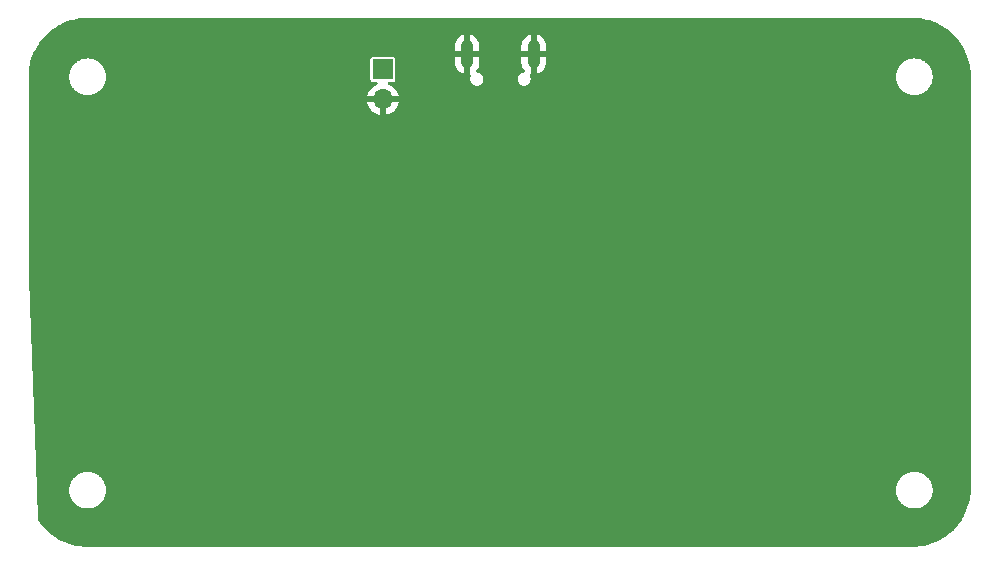
<source format=gbl>
%TF.GenerationSoftware,KiCad,Pcbnew,7.0.10*%
%TF.CreationDate,2024-02-26T14:54:02+00:00*%
%TF.ProjectId,rp2040_game_con,72703230-3430-45f6-9761-6d655f636f6e,rev?*%
%TF.SameCoordinates,Original*%
%TF.FileFunction,Copper,L2,Bot*%
%TF.FilePolarity,Positive*%
%FSLAX46Y46*%
G04 Gerber Fmt 4.6, Leading zero omitted, Abs format (unit mm)*
G04 Created by KiCad (PCBNEW 7.0.10) date 2024-02-26 14:54:02*
%MOMM*%
%LPD*%
G01*
G04 APERTURE LIST*
%TA.AperFunction,ComponentPad*%
%ADD10R,1.700000X1.700000*%
%TD*%
%TA.AperFunction,ComponentPad*%
%ADD11O,1.700000X1.700000*%
%TD*%
%TA.AperFunction,ComponentPad*%
%ADD12O,1.100000X2.400000*%
%TD*%
%TA.AperFunction,ViaPad*%
%ADD13C,0.800000*%
%TD*%
G04 APERTURE END LIST*
D10*
%TO.P,J1,1,Pin_1*%
%TO.N,Net-(J1-Pin_1)*%
X109500000Y-43180000D03*
D11*
%TO.P,J1,2,Pin_2*%
%TO.N,GND*%
X109500000Y-45720000D03*
%TD*%
D12*
%TO.P,J2,6,Shield*%
%TO.N,GND*%
X122280000Y-41900000D03*
X116630000Y-41900000D03*
%TD*%
D13*
%TO.N,GND*%
X119325000Y-79535000D03*
X120575000Y-77675000D03*
X125675000Y-62105000D03*
X118400000Y-68400000D03*
X109500000Y-68150000D03*
X119535000Y-77395000D03*
X114150000Y-49900000D03*
X116800000Y-60200000D03*
X129300000Y-44800000D03*
X115450000Y-76175000D03*
X123305000Y-62105000D03*
X128475000Y-70250000D03*
X100500000Y-64800000D03*
X118375000Y-70500000D03*
X92500000Y-57300000D03*
X120500000Y-70500000D03*
X154500000Y-55300000D03*
X98000000Y-56300000D03*
X90000000Y-65300000D03*
X120475000Y-68375000D03*
X118290000Y-60065000D03*
X84000000Y-65300000D03*
X110525000Y-79500000D03*
X130450000Y-59720000D03*
X119525000Y-69400000D03*
X112000000Y-63700000D03*
X129800000Y-46200000D03*
X149000000Y-55300000D03*
X108825000Y-58925000D03*
X139000000Y-64800000D03*
X124485000Y-62105000D03*
X117775000Y-79545000D03*
X122115000Y-62075000D03*
X98000000Y-73300000D03*
X105500000Y-64300000D03*
X145000000Y-64800000D03*
X92000000Y-73300000D03*
%TD*%
%TA.AperFunction,Conductor*%
%TO.N,GND*%
G36*
X154301574Y-38800540D02*
G01*
X154554126Y-38806926D01*
X154560357Y-38807242D01*
X154808031Y-38826075D01*
X154814237Y-38826704D01*
X155058269Y-38857713D01*
X155064402Y-38858650D01*
X155304512Y-38901529D01*
X155310585Y-38902771D01*
X155546446Y-38957208D01*
X155552371Y-38958732D01*
X155783738Y-39024432D01*
X155789564Y-39026244D01*
X156016075Y-39102885D01*
X156021815Y-39104987D01*
X156021828Y-39104992D01*
X156243176Y-39192266D01*
X156248748Y-39194621D01*
X156464726Y-39292263D01*
X156470152Y-39294877D01*
X156624544Y-39373952D01*
X156680365Y-39402542D01*
X156685649Y-39405412D01*
X156889838Y-39522819D01*
X156894950Y-39525925D01*
X157092752Y-39652733D01*
X157097649Y-39656041D01*
X157288846Y-39792004D01*
X157293590Y-39795552D01*
X157477813Y-39940321D01*
X157482352Y-39944067D01*
X157659286Y-40097332D01*
X157663663Y-40101311D01*
X157833024Y-40262780D01*
X157837206Y-40266961D01*
X157998654Y-40436298D01*
X158002633Y-40440676D01*
X158155907Y-40617620D01*
X158159678Y-40622191D01*
X158304422Y-40806381D01*
X158307973Y-40811129D01*
X158443923Y-41002306D01*
X158447252Y-41007234D01*
X158574085Y-41205074D01*
X158577192Y-41210188D01*
X158694573Y-41414334D01*
X158697443Y-41419617D01*
X158805100Y-41629815D01*
X158807723Y-41635259D01*
X158905352Y-41851208D01*
X158907719Y-41856807D01*
X158995000Y-42078173D01*
X158997099Y-42083908D01*
X159069973Y-42299281D01*
X159073729Y-42310379D01*
X159075555Y-42316251D01*
X159141245Y-42547583D01*
X159142785Y-42553569D01*
X159197213Y-42789396D01*
X159198458Y-42795482D01*
X159241333Y-43035564D01*
X159242275Y-43041733D01*
X159273280Y-43285738D01*
X159273912Y-43291967D01*
X159292742Y-43539606D01*
X159293059Y-43545873D01*
X159299446Y-43798410D01*
X159299486Y-43801545D01*
X159299486Y-78598448D01*
X159299446Y-78601583D01*
X159293059Y-78854120D01*
X159292742Y-78860387D01*
X159273912Y-79108028D01*
X159273280Y-79114257D01*
X159242275Y-79358262D01*
X159241333Y-79364431D01*
X159198458Y-79604513D01*
X159197213Y-79610599D01*
X159142785Y-79846426D01*
X159141245Y-79852412D01*
X159075557Y-80083738D01*
X159073731Y-80089610D01*
X158997098Y-80316089D01*
X158994997Y-80321828D01*
X158907722Y-80543182D01*
X158905355Y-80548780D01*
X158807727Y-80764729D01*
X158805103Y-80770175D01*
X158697442Y-80980380D01*
X158694573Y-80985662D01*
X158577187Y-81189818D01*
X158574089Y-81194916D01*
X158512067Y-81291662D01*
X158447252Y-81392763D01*
X158443916Y-81397700D01*
X158307987Y-81588849D01*
X158304430Y-81593606D01*
X158159678Y-81777806D01*
X158155907Y-81782376D01*
X158002633Y-81959320D01*
X157998654Y-81963698D01*
X157837195Y-82133046D01*
X157833014Y-82137227D01*
X157745693Y-82220478D01*
X157663669Y-82298680D01*
X157659308Y-82302645D01*
X157482368Y-82455915D01*
X157477797Y-82459687D01*
X157293599Y-82604436D01*
X157288844Y-82607992D01*
X157097680Y-82743934D01*
X157092741Y-82747270D01*
X156894951Y-82874069D01*
X156889838Y-82877176D01*
X156685649Y-82994583D01*
X156680365Y-82997453D01*
X156470161Y-83105113D01*
X156464717Y-83107736D01*
X156248768Y-83205365D01*
X156243169Y-83207732D01*
X156021815Y-83295008D01*
X156016075Y-83297110D01*
X155789586Y-83373744D01*
X155783716Y-83375569D01*
X155552402Y-83441255D01*
X155546415Y-83442795D01*
X155310592Y-83497222D01*
X155304505Y-83498467D01*
X155064417Y-83541342D01*
X155058249Y-83542284D01*
X154814251Y-83573288D01*
X154808022Y-83573920D01*
X154560376Y-83592751D01*
X154554109Y-83593068D01*
X154301575Y-83599455D01*
X154298440Y-83599495D01*
X84501544Y-83599495D01*
X84498409Y-83599455D01*
X84245874Y-83593068D01*
X84239607Y-83592751D01*
X83991962Y-83573920D01*
X83985733Y-83573288D01*
X83741734Y-83542284D01*
X83735566Y-83541342D01*
X83495482Y-83498467D01*
X83489395Y-83497222D01*
X83253568Y-83442794D01*
X83247581Y-83441254D01*
X83016268Y-83375569D01*
X83010398Y-83373744D01*
X82783894Y-83297105D01*
X82778154Y-83295003D01*
X82556821Y-83207735D01*
X82551222Y-83205368D01*
X82335266Y-83107736D01*
X82329822Y-83105113D01*
X82119608Y-82997448D01*
X82114325Y-82994578D01*
X81910172Y-82877193D01*
X81905058Y-82874086D01*
X81707243Y-82747270D01*
X81702304Y-82743934D01*
X81511126Y-82607982D01*
X81506370Y-82604425D01*
X81322189Y-82459688D01*
X81317619Y-82455917D01*
X81140675Y-82302644D01*
X81136314Y-82298680D01*
X80966943Y-82137202D01*
X80962787Y-82133046D01*
X80801310Y-81963675D01*
X80797332Y-81959298D01*
X80644088Y-81782388D01*
X80640317Y-81777818D01*
X80640308Y-81777806D01*
X80495536Y-81593584D01*
X80492032Y-81588898D01*
X80356053Y-81397679D01*
X80352733Y-81392764D01*
X80352732Y-81392763D01*
X80339943Y-81372814D01*
X80320433Y-81310851D01*
X80220175Y-78804393D01*
X82949398Y-78804393D01*
X82949697Y-78807810D01*
X82951307Y-78871495D01*
X82951179Y-78874661D01*
X82951399Y-78877994D01*
X82951582Y-78881554D01*
X82951680Y-78884210D01*
X82952076Y-78887136D01*
X82956832Y-78949679D01*
X82956849Y-78952844D01*
X82957298Y-78956731D01*
X82957657Y-78960301D01*
X82958020Y-78964526D01*
X82958681Y-78967777D01*
X82966424Y-79028720D01*
X82966634Y-79031844D01*
X82966997Y-79033965D01*
X82967652Y-79038258D01*
X82968094Y-79041538D01*
X82968913Y-79044789D01*
X82979800Y-79105758D01*
X82980204Y-79109033D01*
X82980280Y-79109360D01*
X82981559Y-79115604D01*
X82982041Y-79118311D01*
X82983199Y-79121996D01*
X82996480Y-79179542D01*
X82997020Y-79182846D01*
X82997654Y-79185122D01*
X82998880Y-79189890D01*
X82999602Y-79192951D01*
X83000795Y-79196230D01*
X83017283Y-79254290D01*
X83018036Y-79257644D01*
X83018074Y-79257754D01*
X83020142Y-79264389D01*
X83020766Y-79266607D01*
X83022305Y-79270216D01*
X83040815Y-79324922D01*
X83041762Y-79328516D01*
X83042371Y-79330050D01*
X83044634Y-79336222D01*
X83045440Y-79338617D01*
X83047119Y-79342072D01*
X83068579Y-79396503D01*
X83069587Y-79399590D01*
X83070270Y-79401114D01*
X83072312Y-79405946D01*
X83073655Y-79409323D01*
X83075422Y-79412532D01*
X83098538Y-79463663D01*
X83099827Y-79467194D01*
X83100959Y-79469398D01*
X83103677Y-79475038D01*
X83104967Y-79477897D01*
X83106997Y-79481180D01*
X83132736Y-79531436D01*
X83134146Y-79534722D01*
X83135132Y-79536435D01*
X83138000Y-79541712D01*
X83138951Y-79543568D01*
X83140933Y-79546526D01*
X83170028Y-79597126D01*
X83171474Y-79600052D01*
X83172653Y-79601908D01*
X83175189Y-79606080D01*
X83176915Y-79609049D01*
X83178991Y-79611814D01*
X83210071Y-79660294D01*
X83211636Y-79663106D01*
X83213012Y-79665061D01*
X83215531Y-79668782D01*
X83217154Y-79671276D01*
X83219183Y-79673759D01*
X83252661Y-79720836D01*
X83254612Y-79724007D01*
X83255308Y-79724884D01*
X83259581Y-79730594D01*
X83260909Y-79732479D01*
X83263584Y-79735386D01*
X83298727Y-79780107D01*
X83300730Y-79783009D01*
X83301378Y-79783753D01*
X83305607Y-79788876D01*
X83307021Y-79790686D01*
X83309709Y-79793356D01*
X83336061Y-79823777D01*
X83347316Y-79836771D01*
X83349310Y-79839375D01*
X83350415Y-79840538D01*
X83354082Y-79844573D01*
X83356795Y-79847693D01*
X83359591Y-79850171D01*
X83396865Y-79889266D01*
X83399133Y-79892050D01*
X83401834Y-79894640D01*
X83405397Y-79898199D01*
X83407769Y-79900666D01*
X83410441Y-79902856D01*
X83450682Y-79941221D01*
X83453115Y-79943914D01*
X83455344Y-79945848D01*
X83459530Y-79949651D01*
X83462074Y-79952070D01*
X83465049Y-79954258D01*
X83506927Y-79990535D01*
X83509303Y-79992911D01*
X83511996Y-79995051D01*
X83515433Y-79997885D01*
X83519064Y-80000989D01*
X83521970Y-80002904D01*
X83565607Y-80037196D01*
X83568164Y-80039501D01*
X83570067Y-80040861D01*
X83574454Y-80044143D01*
X83576773Y-80045959D01*
X83579835Y-80047814D01*
X83626774Y-80081194D01*
X83629327Y-80083258D01*
X83630859Y-80084246D01*
X83635242Y-80087208D01*
X83637847Y-80089050D01*
X83640985Y-80090747D01*
X83688868Y-80121445D01*
X83691631Y-80123491D01*
X83693729Y-80124704D01*
X83698232Y-80127438D01*
X83700922Y-80129150D01*
X83704102Y-80130676D01*
X83704603Y-80130964D01*
X83753760Y-80159229D01*
X83756835Y-80161277D01*
X83757728Y-80161729D01*
X83764025Y-80165149D01*
X83766569Y-80166627D01*
X83770363Y-80168183D01*
X83819136Y-80193162D01*
X83822593Y-80195285D01*
X83824324Y-80196055D01*
X83831167Y-80199350D01*
X83832333Y-80199956D01*
X83835993Y-80201304D01*
X83887617Y-80224642D01*
X83891045Y-80226523D01*
X83893318Y-80227413D01*
X83899562Y-80230055D01*
X83902107Y-80231215D01*
X83905922Y-80232373D01*
X83959201Y-80253380D01*
X83962679Y-80255022D01*
X83962942Y-80255109D01*
X83970744Y-80257974D01*
X83973384Y-80259045D01*
X83977777Y-80260095D01*
X84029718Y-80277669D01*
X84033602Y-80279327D01*
X84034670Y-80279620D01*
X84043125Y-80282262D01*
X84043955Y-80282554D01*
X84048159Y-80283408D01*
X84103416Y-80299099D01*
X84107037Y-80300428D01*
X84109273Y-80300940D01*
X84115680Y-80302587D01*
X84118923Y-80303513D01*
X84122915Y-80304082D01*
X84179086Y-80317046D01*
X84182570Y-80318108D01*
X84184548Y-80318462D01*
X84190483Y-80319674D01*
X84193279Y-80320316D01*
X84197029Y-80320692D01*
X84254619Y-80330976D01*
X84258376Y-80331941D01*
X84260515Y-80332209D01*
X84267206Y-80333231D01*
X84269838Y-80333706D01*
X84273806Y-80333891D01*
X84331719Y-80341250D01*
X84335883Y-80342115D01*
X84337321Y-80342211D01*
X84345563Y-80343037D01*
X84346708Y-80343190D01*
X84350776Y-80343196D01*
X84409675Y-80347675D01*
X84413634Y-80348314D01*
X84417012Y-80348398D01*
X84423365Y-80348717D01*
X84426943Y-80348989D01*
X84430948Y-80348748D01*
X84491131Y-80350270D01*
X84495203Y-80350661D01*
X84495664Y-80350645D01*
X84504331Y-80350645D01*
X84505480Y-80350685D01*
X84509717Y-80350248D01*
X84569829Y-80348728D01*
X84573766Y-80348940D01*
X84576572Y-80348725D01*
X84583037Y-80348397D01*
X84585383Y-80348339D01*
X84589170Y-80347763D01*
X84647700Y-80343312D01*
X84651766Y-80343355D01*
X84655287Y-80342904D01*
X84661767Y-80342245D01*
X84665462Y-80341967D01*
X84669443Y-80341101D01*
X84726810Y-80333812D01*
X84730773Y-80333607D01*
X84732576Y-80333278D01*
X84739684Y-80332189D01*
X84742530Y-80331837D01*
X84746513Y-80330773D01*
X84803466Y-80320603D01*
X84807747Y-80320157D01*
X84807962Y-80320105D01*
X84817042Y-80318225D01*
X84819088Y-80317880D01*
X84823387Y-80316474D01*
X84877551Y-80303974D01*
X84881614Y-80303378D01*
X84883956Y-80302701D01*
X84891062Y-80300872D01*
X84893962Y-80300216D01*
X84897874Y-80298731D01*
X84952062Y-80283344D01*
X84956218Y-80282492D01*
X84956867Y-80282264D01*
X84965333Y-80279619D01*
X84967470Y-80279034D01*
X84971550Y-80277238D01*
X85022637Y-80259954D01*
X85027173Y-80258853D01*
X85028775Y-80258194D01*
X85037533Y-80254967D01*
X85038155Y-80254763D01*
X85041949Y-80252926D01*
X85070068Y-80241838D01*
X85094157Y-80232339D01*
X85098090Y-80231143D01*
X85100115Y-80230213D01*
X85107011Y-80227293D01*
X85110087Y-80226098D01*
X85113794Y-80224002D01*
X85161785Y-80202306D01*
X85166109Y-80200808D01*
X85168283Y-80199663D01*
X85176262Y-80195814D01*
X85178523Y-80194821D01*
X85182347Y-80192401D01*
X85229621Y-80168189D01*
X85233661Y-80166534D01*
X85235367Y-80165529D01*
X85242881Y-80161444D01*
X85244192Y-80160788D01*
X85247662Y-80158409D01*
X85295395Y-80130963D01*
X85299025Y-80129241D01*
X85300907Y-80128021D01*
X85307189Y-80124206D01*
X85309591Y-80122842D01*
X85312865Y-80120331D01*
X85358771Y-80090902D01*
X85362181Y-80089069D01*
X85364102Y-80087695D01*
X85369834Y-80083827D01*
X85371865Y-80082537D01*
X85374883Y-80080013D01*
X85419257Y-80048457D01*
X85423077Y-80046190D01*
X85424022Y-80045426D01*
X85431574Y-80039780D01*
X85432859Y-80038892D01*
X85436168Y-80035798D01*
X85478629Y-80002431D01*
X85482128Y-80000095D01*
X85482941Y-79999375D01*
X85489782Y-79993738D01*
X85491085Y-79992740D01*
X85494156Y-79989595D01*
X85535150Y-79954084D01*
X85538390Y-79951691D01*
X85539796Y-79950333D01*
X85545401Y-79945236D01*
X85547904Y-79943095D01*
X85550708Y-79939893D01*
X85588026Y-79904314D01*
X85591297Y-79901723D01*
X85593954Y-79898915D01*
X85598949Y-79893926D01*
X85600935Y-79892052D01*
X85603477Y-79888906D01*
X85639509Y-79851113D01*
X85642621Y-79848413D01*
X85645592Y-79844967D01*
X85649933Y-79840188D01*
X85652857Y-79837132D01*
X85655218Y-79833840D01*
X85689600Y-79794150D01*
X85692745Y-79791079D01*
X85693743Y-79789776D01*
X85699380Y-79782935D01*
X85700097Y-79782124D01*
X85702431Y-79778629D01*
X85735809Y-79736155D01*
X85738900Y-79732849D01*
X85739786Y-79731567D01*
X85745432Y-79724015D01*
X85746196Y-79723069D01*
X85748466Y-79719247D01*
X85780014Y-79674884D01*
X85782539Y-79671863D01*
X85783832Y-79669827D01*
X85787700Y-79664095D01*
X85789077Y-79662171D01*
X85790913Y-79658753D01*
X85820587Y-79612467D01*
X85822960Y-79609348D01*
X85824345Y-79606926D01*
X85827864Y-79601140D01*
X85829125Y-79599187D01*
X85830798Y-79595685D01*
X85858414Y-79547654D01*
X85860794Y-79544183D01*
X85861449Y-79542874D01*
X85865534Y-79535360D01*
X85866539Y-79533654D01*
X85868194Y-79529614D01*
X85892406Y-79482340D01*
X85894830Y-79478509D01*
X85895823Y-79476249D01*
X85899665Y-79468283D01*
X85899894Y-79467846D01*
X85901321Y-79463970D01*
X85924087Y-79413611D01*
X85926183Y-79409890D01*
X85927213Y-79407231D01*
X85930324Y-79399900D01*
X85931087Y-79398251D01*
X85932311Y-79394236D01*
X85952406Y-79343270D01*
X85954427Y-79339219D01*
X85955015Y-79337409D01*
X85958110Y-79328938D01*
X85958748Y-79327369D01*
X85959807Y-79323076D01*
X85977230Y-79271583D01*
X85978901Y-79267789D01*
X85979859Y-79264382D01*
X85981921Y-79257757D01*
X85982643Y-79255645D01*
X85983426Y-79251785D01*
X85998735Y-79197873D01*
X86000220Y-79193957D01*
X86000877Y-79191056D01*
X86002706Y-79183950D01*
X86003383Y-79181607D01*
X86003980Y-79177541D01*
X86016808Y-79121957D01*
X86017975Y-79118239D01*
X86018417Y-79115745D01*
X86019750Y-79109237D01*
X86020202Y-79107294D01*
X86020599Y-79103503D01*
X86030776Y-79046514D01*
X86031841Y-79042523D01*
X86032193Y-79039676D01*
X86033282Y-79032568D01*
X86033611Y-79030765D01*
X86033817Y-79026800D01*
X86041095Y-78969519D01*
X86042059Y-78965102D01*
X86042211Y-78962794D01*
X86043068Y-78954267D01*
X86043130Y-78953805D01*
X86043155Y-78949806D01*
X86047595Y-78891416D01*
X86048297Y-78887303D01*
X86048401Y-78883043D01*
X86048730Y-78876545D01*
X86048944Y-78873755D01*
X86048732Y-78869820D01*
X86050252Y-78809725D01*
X86050687Y-78805503D01*
X86050649Y-78804393D01*
X152949378Y-78804393D01*
X152949677Y-78807810D01*
X152951287Y-78871495D01*
X152951159Y-78874661D01*
X152951379Y-78877994D01*
X152951562Y-78881554D01*
X152951660Y-78884210D01*
X152952056Y-78887136D01*
X152956812Y-78949679D01*
X152956829Y-78952844D01*
X152957278Y-78956731D01*
X152957637Y-78960301D01*
X152958000Y-78964526D01*
X152958661Y-78967777D01*
X152966404Y-79028720D01*
X152966614Y-79031844D01*
X152966977Y-79033965D01*
X152967632Y-79038258D01*
X152968074Y-79041538D01*
X152968893Y-79044789D01*
X152979780Y-79105758D01*
X152980184Y-79109033D01*
X152980260Y-79109360D01*
X152981539Y-79115604D01*
X152982021Y-79118311D01*
X152983179Y-79121996D01*
X152996460Y-79179542D01*
X152997000Y-79182846D01*
X152997634Y-79185122D01*
X152998860Y-79189890D01*
X152999582Y-79192951D01*
X153000775Y-79196230D01*
X153017263Y-79254290D01*
X153018016Y-79257644D01*
X153018054Y-79257754D01*
X153020122Y-79264389D01*
X153020746Y-79266607D01*
X153022285Y-79270216D01*
X153040795Y-79324922D01*
X153041742Y-79328516D01*
X153042351Y-79330050D01*
X153044614Y-79336222D01*
X153045420Y-79338617D01*
X153047099Y-79342072D01*
X153068559Y-79396503D01*
X153069567Y-79399590D01*
X153070250Y-79401114D01*
X153072292Y-79405946D01*
X153073636Y-79409324D01*
X153075404Y-79412535D01*
X153098516Y-79463656D01*
X153099806Y-79467190D01*
X153100940Y-79469398D01*
X153103658Y-79475038D01*
X153104948Y-79477897D01*
X153106978Y-79481180D01*
X153132717Y-79531436D01*
X153134127Y-79534722D01*
X153135113Y-79536435D01*
X153137981Y-79541712D01*
X153138932Y-79543568D01*
X153140914Y-79546526D01*
X153170009Y-79597126D01*
X153171455Y-79600052D01*
X153172634Y-79601908D01*
X153175170Y-79606080D01*
X153176896Y-79609049D01*
X153178972Y-79611814D01*
X153210052Y-79660294D01*
X153211617Y-79663106D01*
X153212993Y-79665061D01*
X153215512Y-79668782D01*
X153217135Y-79671276D01*
X153219164Y-79673759D01*
X153252642Y-79720836D01*
X153254593Y-79724007D01*
X153255289Y-79724884D01*
X153259562Y-79730594D01*
X153260890Y-79732479D01*
X153263565Y-79735386D01*
X153298708Y-79780107D01*
X153300711Y-79783009D01*
X153301359Y-79783753D01*
X153305588Y-79788876D01*
X153307002Y-79790686D01*
X153309691Y-79793357D01*
X153333900Y-79821304D01*
X153347297Y-79836770D01*
X153349292Y-79839374D01*
X153350397Y-79840538D01*
X153354064Y-79844573D01*
X153356774Y-79847689D01*
X153359571Y-79850167D01*
X153396851Y-79889270D01*
X153399122Y-79892058D01*
X153401828Y-79894653D01*
X153405348Y-79898166D01*
X153407779Y-79900692D01*
X153410437Y-79902870D01*
X153450771Y-79941324D01*
X153453324Y-79944144D01*
X153454908Y-79945506D01*
X153459864Y-79950005D01*
X153461473Y-79951547D01*
X153464507Y-79953805D01*
X153506906Y-79990532D01*
X153509287Y-79992913D01*
X153511978Y-79995051D01*
X153515415Y-79997885D01*
X153519043Y-80000986D01*
X153521946Y-80002899D01*
X153565303Y-80036970D01*
X153568194Y-80039592D01*
X153569119Y-80040240D01*
X153575310Y-80044867D01*
X153576936Y-80046163D01*
X153580442Y-80048258D01*
X153625088Y-80080007D01*
X153626757Y-80081194D01*
X153629310Y-80083258D01*
X153630842Y-80084246D01*
X153635225Y-80087208D01*
X153637830Y-80089050D01*
X153640968Y-80090747D01*
X153688851Y-80121445D01*
X153691614Y-80123491D01*
X153693712Y-80124704D01*
X153698215Y-80127438D01*
X153700905Y-80129150D01*
X153704085Y-80130676D01*
X153704586Y-80130964D01*
X153753743Y-80159229D01*
X153756818Y-80161277D01*
X153757711Y-80161729D01*
X153764008Y-80165149D01*
X153766552Y-80166627D01*
X153770346Y-80168183D01*
X153819119Y-80193162D01*
X153822576Y-80195285D01*
X153824307Y-80196055D01*
X153831150Y-80199350D01*
X153832316Y-80199956D01*
X153835976Y-80201304D01*
X153887600Y-80224642D01*
X153891028Y-80226523D01*
X153893301Y-80227413D01*
X153899545Y-80230055D01*
X153902090Y-80231215D01*
X153905905Y-80232373D01*
X153959184Y-80253380D01*
X153962662Y-80255022D01*
X153962925Y-80255109D01*
X153970727Y-80257974D01*
X153973369Y-80259046D01*
X153977762Y-80260096D01*
X154029617Y-80277640D01*
X154033415Y-80279266D01*
X154035075Y-80279725D01*
X154042697Y-80282100D01*
X154044206Y-80282624D01*
X154048276Y-80283446D01*
X154103446Y-80299112D01*
X154107120Y-80300459D01*
X154109060Y-80300900D01*
X154115846Y-80302645D01*
X154118790Y-80303491D01*
X154122856Y-80304073D01*
X154162602Y-80313246D01*
X154179064Y-80317045D01*
X154182550Y-80318107D01*
X154184531Y-80318462D01*
X154190466Y-80319674D01*
X154193262Y-80320316D01*
X154197012Y-80320692D01*
X154254603Y-80330976D01*
X154258360Y-80331941D01*
X154260499Y-80332209D01*
X154267190Y-80333231D01*
X154269822Y-80333706D01*
X154273790Y-80333891D01*
X154331703Y-80341250D01*
X154335867Y-80342115D01*
X154337305Y-80342211D01*
X154345547Y-80343037D01*
X154346692Y-80343190D01*
X154350760Y-80343196D01*
X154409658Y-80347675D01*
X154413617Y-80348314D01*
X154416995Y-80348398D01*
X154423348Y-80348717D01*
X154426926Y-80348989D01*
X154430930Y-80348748D01*
X154491137Y-80350270D01*
X154495211Y-80350661D01*
X154495659Y-80350646D01*
X154504317Y-80350643D01*
X154505494Y-80350683D01*
X154509715Y-80350248D01*
X154569812Y-80348728D01*
X154573750Y-80348940D01*
X154576556Y-80348725D01*
X154583021Y-80348397D01*
X154585367Y-80348339D01*
X154589154Y-80347763D01*
X154647684Y-80343312D01*
X154651750Y-80343355D01*
X154655271Y-80342904D01*
X154661751Y-80342245D01*
X154665446Y-80341967D01*
X154669427Y-80341101D01*
X154726794Y-80333812D01*
X154730757Y-80333607D01*
X154732560Y-80333278D01*
X154739668Y-80332189D01*
X154742514Y-80331837D01*
X154746497Y-80330773D01*
X154803450Y-80320603D01*
X154807731Y-80320157D01*
X154807946Y-80320105D01*
X154817026Y-80318225D01*
X154819072Y-80317880D01*
X154823371Y-80316474D01*
X154877535Y-80303974D01*
X154881598Y-80303378D01*
X154883940Y-80302701D01*
X154891046Y-80300872D01*
X154893946Y-80300216D01*
X154897858Y-80298731D01*
X154952046Y-80283344D01*
X154956202Y-80282492D01*
X154956851Y-80282264D01*
X154965317Y-80279619D01*
X154967454Y-80279034D01*
X154971534Y-80277238D01*
X155022621Y-80259954D01*
X155027157Y-80258853D01*
X155028759Y-80258194D01*
X155037517Y-80254967D01*
X155038139Y-80254763D01*
X155041933Y-80252926D01*
X155070052Y-80241838D01*
X155094141Y-80232339D01*
X155098074Y-80231143D01*
X155100099Y-80230213D01*
X155106995Y-80227293D01*
X155110071Y-80226098D01*
X155113778Y-80224003D01*
X155161773Y-80202305D01*
X155166094Y-80200808D01*
X155168268Y-80199663D01*
X155176247Y-80195814D01*
X155178508Y-80194821D01*
X155182332Y-80192401D01*
X155229606Y-80168189D01*
X155233646Y-80166534D01*
X155235352Y-80165529D01*
X155242866Y-80161444D01*
X155244177Y-80160788D01*
X155247647Y-80158409D01*
X155295380Y-80130963D01*
X155299010Y-80129241D01*
X155300892Y-80128021D01*
X155307174Y-80124206D01*
X155309576Y-80122842D01*
X155312850Y-80120331D01*
X155358756Y-80090902D01*
X155362166Y-80089069D01*
X155364087Y-80087695D01*
X155369819Y-80083827D01*
X155371850Y-80082537D01*
X155374868Y-80080013D01*
X155419242Y-80048457D01*
X155423062Y-80046190D01*
X155424007Y-80045426D01*
X155431559Y-80039780D01*
X155432844Y-80038892D01*
X155436153Y-80035798D01*
X155478614Y-80002431D01*
X155482113Y-80000095D01*
X155482926Y-79999375D01*
X155489767Y-79993738D01*
X155491070Y-79992740D01*
X155494141Y-79989595D01*
X155535135Y-79954084D01*
X155538375Y-79951691D01*
X155539781Y-79950333D01*
X155545386Y-79945236D01*
X155547889Y-79943095D01*
X155550693Y-79939893D01*
X155588014Y-79904311D01*
X155591284Y-79901722D01*
X155593940Y-79898915D01*
X155598935Y-79893926D01*
X155600921Y-79892052D01*
X155603463Y-79888906D01*
X155639495Y-79851113D01*
X155642607Y-79848413D01*
X155645578Y-79844967D01*
X155649919Y-79840188D01*
X155652843Y-79837132D01*
X155655204Y-79833840D01*
X155689586Y-79794150D01*
X155692731Y-79791079D01*
X155693729Y-79789776D01*
X155699366Y-79782935D01*
X155700083Y-79782124D01*
X155702417Y-79778629D01*
X155735795Y-79736155D01*
X155738886Y-79732849D01*
X155739772Y-79731567D01*
X155745418Y-79724015D01*
X155746182Y-79723070D01*
X155748452Y-79719247D01*
X155780005Y-79674876D01*
X155782529Y-79671858D01*
X155783819Y-79669827D01*
X155787687Y-79664095D01*
X155789064Y-79662171D01*
X155790900Y-79658753D01*
X155820574Y-79612467D01*
X155822947Y-79609348D01*
X155824332Y-79606926D01*
X155827851Y-79601140D01*
X155829112Y-79599187D01*
X155830785Y-79595685D01*
X155858401Y-79547654D01*
X155860781Y-79544183D01*
X155861436Y-79542874D01*
X155865521Y-79535360D01*
X155866526Y-79533654D01*
X155868181Y-79529614D01*
X155892393Y-79482340D01*
X155894817Y-79478509D01*
X155895810Y-79476249D01*
X155899652Y-79468283D01*
X155899881Y-79467846D01*
X155901308Y-79463970D01*
X155924074Y-79413611D01*
X155926170Y-79409890D01*
X155927200Y-79407231D01*
X155930311Y-79399900D01*
X155931074Y-79398251D01*
X155932298Y-79394236D01*
X155952393Y-79343270D01*
X155954414Y-79339219D01*
X155955002Y-79337409D01*
X155958097Y-79328938D01*
X155958735Y-79327369D01*
X155959794Y-79323076D01*
X155977217Y-79271583D01*
X155978888Y-79267789D01*
X155979846Y-79264382D01*
X155981908Y-79257757D01*
X155982630Y-79255645D01*
X155983413Y-79251785D01*
X155998722Y-79197873D01*
X156000207Y-79193957D01*
X156000864Y-79191056D01*
X156002693Y-79183950D01*
X156003371Y-79181606D01*
X156003967Y-79177541D01*
X156016797Y-79121953D01*
X156017963Y-79118238D01*
X156018405Y-79115745D01*
X156019738Y-79109237D01*
X156020190Y-79107294D01*
X156020587Y-79103503D01*
X156030764Y-79046514D01*
X156031829Y-79042523D01*
X156032181Y-79039676D01*
X156033270Y-79032568D01*
X156033599Y-79030765D01*
X156033805Y-79026800D01*
X156041083Y-78969519D01*
X156042047Y-78965102D01*
X156042199Y-78962794D01*
X156043056Y-78954267D01*
X156043118Y-78953806D01*
X156043143Y-78949804D01*
X156047582Y-78891418D01*
X156048284Y-78887305D01*
X156048388Y-78883043D01*
X156048717Y-78876545D01*
X156048931Y-78873755D01*
X156048719Y-78869820D01*
X156050239Y-78809725D01*
X156050674Y-78805503D01*
X156050634Y-78804326D01*
X156050637Y-78795668D01*
X156050652Y-78795220D01*
X156050261Y-78791146D01*
X156048739Y-78730939D01*
X156048980Y-78726935D01*
X156048708Y-78723357D01*
X156048389Y-78717004D01*
X156048305Y-78713624D01*
X156047666Y-78709665D01*
X156043188Y-78650769D01*
X156043182Y-78646700D01*
X156043029Y-78645555D01*
X156042203Y-78637313D01*
X156042107Y-78635875D01*
X156041242Y-78631711D01*
X156033883Y-78573798D01*
X156033698Y-78569830D01*
X156033223Y-78567198D01*
X156032201Y-78560507D01*
X156031933Y-78558368D01*
X156030968Y-78554609D01*
X156020684Y-78497021D01*
X156020308Y-78493271D01*
X156019666Y-78490475D01*
X156018454Y-78484540D01*
X156018099Y-78482556D01*
X156017038Y-78479072D01*
X156004077Y-78422917D01*
X156003507Y-78418921D01*
X156002579Y-78415673D01*
X156000932Y-78409266D01*
X156000420Y-78407032D01*
X155999091Y-78403410D01*
X155983510Y-78348541D01*
X155982764Y-78344807D01*
X155981752Y-78341809D01*
X155979948Y-78336001D01*
X155979150Y-78333193D01*
X155977657Y-78329699D01*
X155959890Y-78277189D01*
X155958871Y-78273019D01*
X155957900Y-78270604D01*
X155955141Y-78263049D01*
X155954782Y-78261958D01*
X155953018Y-78258296D01*
X155932365Y-78205916D01*
X155931206Y-78202098D01*
X155930047Y-78199555D01*
X155927405Y-78193311D01*
X155926515Y-78191038D01*
X155924634Y-78187610D01*
X155901296Y-78135986D01*
X155899948Y-78132326D01*
X155899342Y-78131160D01*
X155896047Y-78124317D01*
X155895277Y-78122586D01*
X155893154Y-78119129D01*
X155868175Y-78070356D01*
X155866619Y-78066562D01*
X155865141Y-78064018D01*
X155861721Y-78057721D01*
X155861270Y-78056831D01*
X155859222Y-78053756D01*
X155830668Y-78004096D01*
X155829140Y-78000914D01*
X155827430Y-77998226D01*
X155824696Y-77993723D01*
X155823483Y-77991625D01*
X155821437Y-77988862D01*
X155790739Y-77940979D01*
X155789042Y-77937841D01*
X155787200Y-77935236D01*
X155784238Y-77930853D01*
X155783250Y-77929321D01*
X155781186Y-77926768D01*
X155748252Y-77880457D01*
X155746155Y-77876947D01*
X155744859Y-77875321D01*
X155740232Y-77869130D01*
X155739586Y-77868208D01*
X155736959Y-77865311D01*
X155702102Y-77820955D01*
X155699975Y-77817797D01*
X155698744Y-77816387D01*
X155694267Y-77810957D01*
X155693584Y-77810079D01*
X155690992Y-77807458D01*
X155653799Y-77764522D01*
X155651540Y-77761486D01*
X155649997Y-77759876D01*
X155645498Y-77754920D01*
X155644135Y-77753335D01*
X155641315Y-77750782D01*
X155602853Y-77710440D01*
X155600664Y-77707769D01*
X155598190Y-77705391D01*
X155594631Y-77701828D01*
X155592045Y-77699132D01*
X155589258Y-77696861D01*
X155581475Y-77689441D01*
X155550183Y-77659607D01*
X155547743Y-77656850D01*
X155544492Y-77654018D01*
X155540587Y-77650466D01*
X155539340Y-77649283D01*
X155536752Y-77647301D01*
X155493353Y-77609708D01*
X155490681Y-77607018D01*
X155488867Y-77605601D01*
X155483744Y-77601372D01*
X155483000Y-77600724D01*
X155480098Y-77598721D01*
X155435377Y-77563579D01*
X155432471Y-77560904D01*
X155430586Y-77559576D01*
X155424876Y-77555303D01*
X155423999Y-77554607D01*
X155420828Y-77552656D01*
X155373751Y-77519178D01*
X155371268Y-77517149D01*
X155368774Y-77515526D01*
X155365053Y-77513007D01*
X155363099Y-77511632D01*
X155360282Y-77510064D01*
X155311808Y-77478988D01*
X155309040Y-77476909D01*
X155306071Y-77475184D01*
X155301899Y-77472648D01*
X155300045Y-77471470D01*
X155297121Y-77470025D01*
X155246515Y-77440927D01*
X155243556Y-77438944D01*
X155241704Y-77437995D01*
X155236427Y-77435127D01*
X155234714Y-77434141D01*
X155231428Y-77432731D01*
X155181172Y-77406992D01*
X155177889Y-77404962D01*
X155175030Y-77403672D01*
X155169390Y-77400954D01*
X155167183Y-77399820D01*
X155163652Y-77398531D01*
X155112529Y-77375420D01*
X155109317Y-77373652D01*
X155105937Y-77372307D01*
X155101105Y-77370265D01*
X155099583Y-77369583D01*
X155096493Y-77368574D01*
X155040699Y-77346576D01*
X155037459Y-77345049D01*
X155036220Y-77344632D01*
X155030034Y-77342364D01*
X155028498Y-77341754D01*
X155024913Y-77340809D01*
X154970292Y-77322329D01*
X154966791Y-77320833D01*
X154963955Y-77320027D01*
X154958171Y-77318229D01*
X154957400Y-77317968D01*
X154954160Y-77317244D01*
X154896223Y-77300792D01*
X154892940Y-77299598D01*
X154889881Y-77298876D01*
X154885113Y-77297650D01*
X154882837Y-77297016D01*
X154879533Y-77296476D01*
X154821987Y-77283195D01*
X154818302Y-77282037D01*
X154815595Y-77281555D01*
X154809351Y-77280276D01*
X154809025Y-77280200D01*
X154805748Y-77279796D01*
X154744780Y-77268909D01*
X154741528Y-77268090D01*
X154738250Y-77267648D01*
X154733957Y-77266993D01*
X154731836Y-77266630D01*
X154728712Y-77266420D01*
X154667769Y-77258677D01*
X154664518Y-77258016D01*
X154660293Y-77257653D01*
X154656723Y-77257294D01*
X154652836Y-77256845D01*
X154649671Y-77256828D01*
X154587128Y-77252072D01*
X154584202Y-77251676D01*
X154581546Y-77251578D01*
X154577986Y-77251395D01*
X154574653Y-77251175D01*
X154571487Y-77251303D01*
X154507801Y-77249693D01*
X154504384Y-77249394D01*
X154502865Y-77249429D01*
X154497122Y-77249428D01*
X154496189Y-77249406D01*
X154492899Y-77249674D01*
X154429129Y-77251287D01*
X154425900Y-77251139D01*
X154421921Y-77251399D01*
X154418459Y-77251577D01*
X154414531Y-77251722D01*
X154411412Y-77252181D01*
X154348998Y-77256927D01*
X154345658Y-77256980D01*
X154344101Y-77257173D01*
X154338761Y-77257716D01*
X154336855Y-77257868D01*
X154333525Y-77258508D01*
X154271695Y-77266364D01*
X154268582Y-77266562D01*
X154265782Y-77267035D01*
X154261924Y-77267623D01*
X154259266Y-77267985D01*
X154256231Y-77268722D01*
X154194671Y-77279715D01*
X154191886Y-77280048D01*
X154189071Y-77280657D01*
X154185951Y-77281290D01*
X154183341Y-77281784D01*
X154180505Y-77282611D01*
X154120717Y-77296409D01*
X154117528Y-77296923D01*
X154114540Y-77297745D01*
X154110448Y-77298796D01*
X154107979Y-77299385D01*
X154104987Y-77300439D01*
X154045933Y-77317208D01*
X154042816Y-77317901D01*
X154041376Y-77318381D01*
X154036425Y-77319916D01*
X154034059Y-77320595D01*
X154030834Y-77321936D01*
X153975215Y-77340754D01*
X153971814Y-77341645D01*
X153969326Y-77342618D01*
X153964339Y-77344444D01*
X153962816Y-77344964D01*
X153959849Y-77346345D01*
X153903371Y-77368613D01*
X153900526Y-77369545D01*
X153898349Y-77370506D01*
X153894579Y-77372096D01*
X153891581Y-77373301D01*
X153888681Y-77374857D01*
X153833952Y-77399598D01*
X153831095Y-77400709D01*
X153830004Y-77401262D01*
X153825516Y-77403423D01*
X153823199Y-77404481D01*
X153820292Y-77406224D01*
X153776977Y-77428409D01*
X153768357Y-77432824D01*
X153765333Y-77434128D01*
X153762933Y-77435490D01*
X153758861Y-77437701D01*
X153757447Y-77438434D01*
X153754882Y-77440104D01*
X153702049Y-77470481D01*
X153699665Y-77471681D01*
X153697142Y-77473249D01*
X153694772Y-77474684D01*
X153692161Y-77476225D01*
X153689852Y-77477901D01*
X153639305Y-77510307D01*
X153636779Y-77511724D01*
X153634206Y-77513513D01*
X153631854Y-77515108D01*
X153629933Y-77516378D01*
X153627935Y-77517955D01*
X153578899Y-77552826D01*
X153576289Y-77554439D01*
X153573751Y-77556398D01*
X153570783Y-77558618D01*
X153568251Y-77560452D01*
X153565973Y-77562490D01*
X153519366Y-77599115D01*
X153516801Y-77600904D01*
X153515547Y-77601982D01*
X153511848Y-77605036D01*
X153510548Y-77606067D01*
X153508337Y-77608213D01*
X153464212Y-77646436D01*
X153461834Y-77648217D01*
X153458312Y-77651491D01*
X153456593Y-77653059D01*
X153453142Y-77656147D01*
X153451304Y-77658154D01*
X153408650Y-77698820D01*
X153406651Y-77700525D01*
X153404634Y-77702582D01*
X153402568Y-77704639D01*
X153399280Y-77707836D01*
X153397285Y-77710260D01*
X153358166Y-77751291D01*
X153355879Y-77753385D01*
X153353431Y-77756160D01*
X153351046Y-77758787D01*
X153349580Y-77760354D01*
X153347879Y-77762544D01*
X153308199Y-77808350D01*
X153306054Y-77810560D01*
X153305023Y-77811860D01*
X153301969Y-77815559D01*
X153300886Y-77816818D01*
X153299104Y-77819373D01*
X153262339Y-77866158D01*
X153260128Y-77868638D01*
X153259077Y-77870110D01*
X153255845Y-77874432D01*
X153254698Y-77875897D01*
X153252939Y-77878731D01*
X153217941Y-77927946D01*
X153216364Y-77929944D01*
X153215094Y-77931865D01*
X153213499Y-77934217D01*
X153211709Y-77936792D01*
X153210296Y-77939310D01*
X153177969Y-77989733D01*
X153176261Y-77992080D01*
X153174820Y-77994527D01*
X153173065Y-77997415D01*
X153171507Y-77999900D01*
X153170200Y-78002525D01*
X153140086Y-78054898D01*
X153138419Y-78057459D01*
X153137687Y-78058871D01*
X153135476Y-78062943D01*
X153134114Y-78065343D01*
X153132810Y-78068367D01*
X153106815Y-78119123D01*
X153106213Y-78120298D01*
X153104468Y-78123208D01*
X153103413Y-78125518D01*
X153101243Y-78130025D01*
X153099728Y-78133014D01*
X153098529Y-78136296D01*
X153074841Y-78188692D01*
X153073289Y-78191585D01*
X153072081Y-78194589D01*
X153070491Y-78198359D01*
X153069531Y-78200534D01*
X153068599Y-78203380D01*
X153046596Y-78259185D01*
X153045114Y-78262323D01*
X153044451Y-78264271D01*
X153042545Y-78269482D01*
X153041639Y-78271795D01*
X153040746Y-78275203D01*
X153021892Y-78330926D01*
X153020516Y-78334242D01*
X153020012Y-78336018D01*
X153018212Y-78341809D01*
X153017952Y-78342577D01*
X153017229Y-78345814D01*
X153000423Y-78404996D01*
X152999368Y-78407990D01*
X152998780Y-78410457D01*
X152997729Y-78414549D01*
X152996907Y-78417536D01*
X152996393Y-78420727D01*
X152982936Y-78479039D01*
X152981884Y-78482490D01*
X152981486Y-78484704D01*
X152980332Y-78490354D01*
X152980104Y-78491348D01*
X152979714Y-78494595D01*
X152968706Y-78556239D01*
X152967969Y-78559274D01*
X152967607Y-78561932D01*
X152967019Y-78565790D01*
X152966546Y-78568590D01*
X152966348Y-78571704D01*
X152958542Y-78633141D01*
X152957938Y-78636232D01*
X152957624Y-78639843D01*
X152957297Y-78643107D01*
X152956758Y-78647837D01*
X152956759Y-78651004D01*
X152951993Y-78713672D01*
X152951638Y-78716434D01*
X152951561Y-78718494D01*
X152951385Y-78721915D01*
X152951123Y-78725916D01*
X152951271Y-78729138D01*
X152949658Y-78792908D01*
X152949390Y-78796198D01*
X152949412Y-78797131D01*
X152949413Y-78802874D01*
X152949378Y-78804393D01*
X86050649Y-78804393D01*
X86050647Y-78804326D01*
X86050650Y-78795668D01*
X86050665Y-78795220D01*
X86050274Y-78791146D01*
X86048752Y-78730939D01*
X86048993Y-78726935D01*
X86048721Y-78723357D01*
X86048402Y-78717004D01*
X86048318Y-78713626D01*
X86047679Y-78709667D01*
X86043200Y-78650768D01*
X86043194Y-78646700D01*
X86043041Y-78645555D01*
X86042215Y-78637313D01*
X86042119Y-78635875D01*
X86041254Y-78631711D01*
X86033895Y-78573798D01*
X86033710Y-78569830D01*
X86033235Y-78567198D01*
X86032213Y-78560507D01*
X86031945Y-78558368D01*
X86030980Y-78554609D01*
X86020696Y-78497021D01*
X86020320Y-78493271D01*
X86019678Y-78490475D01*
X86018466Y-78484540D01*
X86018111Y-78482559D01*
X86017050Y-78479076D01*
X86004088Y-78422911D01*
X86003519Y-78418917D01*
X86002592Y-78415673D01*
X86000945Y-78409266D01*
X86000433Y-78407032D01*
X85999104Y-78403410D01*
X85983523Y-78348541D01*
X85982777Y-78344807D01*
X85981765Y-78341809D01*
X85979961Y-78336001D01*
X85979163Y-78333193D01*
X85977670Y-78329699D01*
X85959903Y-78277189D01*
X85958884Y-78273019D01*
X85957913Y-78270604D01*
X85955154Y-78263049D01*
X85954795Y-78261958D01*
X85953031Y-78258296D01*
X85932378Y-78205916D01*
X85931219Y-78202098D01*
X85930060Y-78199555D01*
X85927418Y-78193311D01*
X85926528Y-78191038D01*
X85924647Y-78187610D01*
X85901309Y-78135986D01*
X85899961Y-78132326D01*
X85899355Y-78131160D01*
X85896060Y-78124317D01*
X85895290Y-78122586D01*
X85893167Y-78119129D01*
X85868188Y-78070356D01*
X85866632Y-78066562D01*
X85865154Y-78064018D01*
X85861734Y-78057721D01*
X85861283Y-78056831D01*
X85859235Y-78053756D01*
X85830681Y-78004096D01*
X85829153Y-78000914D01*
X85827443Y-77998226D01*
X85824709Y-77993723D01*
X85823496Y-77991625D01*
X85821450Y-77988862D01*
X85790752Y-77940979D01*
X85789055Y-77937841D01*
X85787213Y-77935236D01*
X85784251Y-77930853D01*
X85783262Y-77929321D01*
X85781200Y-77926769D01*
X85748265Y-77880455D01*
X85746169Y-77876947D01*
X85744873Y-77875321D01*
X85740246Y-77869130D01*
X85739600Y-77868208D01*
X85736973Y-77865311D01*
X85702116Y-77820955D01*
X85699989Y-77817797D01*
X85698758Y-77816387D01*
X85694281Y-77810957D01*
X85693598Y-77810079D01*
X85691006Y-77807458D01*
X85653813Y-77764522D01*
X85651554Y-77761486D01*
X85650011Y-77759876D01*
X85645512Y-77754920D01*
X85644152Y-77753339D01*
X85641329Y-77750783D01*
X85602875Y-77710450D01*
X85600696Y-77707791D01*
X85598171Y-77705361D01*
X85594658Y-77701841D01*
X85592060Y-77699132D01*
X85589270Y-77696859D01*
X85550201Y-77659609D01*
X85547758Y-77656851D01*
X85544507Y-77654018D01*
X85540602Y-77650466D01*
X85539355Y-77649283D01*
X85536767Y-77647301D01*
X85493368Y-77609708D01*
X85490696Y-77607018D01*
X85488882Y-77605601D01*
X85483759Y-77601372D01*
X85483015Y-77600724D01*
X85480113Y-77598721D01*
X85435392Y-77563579D01*
X85432486Y-77560904D01*
X85430601Y-77559576D01*
X85424891Y-77555303D01*
X85424014Y-77554607D01*
X85420843Y-77552656D01*
X85373766Y-77519178D01*
X85371283Y-77517149D01*
X85368789Y-77515526D01*
X85365068Y-77513007D01*
X85363114Y-77511632D01*
X85360297Y-77510064D01*
X85311823Y-77478988D01*
X85309055Y-77476909D01*
X85306086Y-77475184D01*
X85301914Y-77472648D01*
X85300060Y-77471470D01*
X85297136Y-77470025D01*
X85246530Y-77440927D01*
X85243571Y-77438944D01*
X85241719Y-77437995D01*
X85236442Y-77435127D01*
X85234729Y-77434141D01*
X85231443Y-77432731D01*
X85181187Y-77406992D01*
X85177904Y-77404962D01*
X85175045Y-77403672D01*
X85169405Y-77400954D01*
X85167201Y-77399822D01*
X85163670Y-77398533D01*
X85112539Y-77375417D01*
X85109330Y-77373650D01*
X85105953Y-77372307D01*
X85101121Y-77370265D01*
X85099599Y-77369583D01*
X85096509Y-77368574D01*
X85040715Y-77346576D01*
X85037475Y-77345049D01*
X85036236Y-77344632D01*
X85030050Y-77342364D01*
X85028514Y-77341754D01*
X85024929Y-77340809D01*
X84970308Y-77322329D01*
X84966807Y-77320833D01*
X84963971Y-77320027D01*
X84958187Y-77318229D01*
X84957416Y-77317968D01*
X84954176Y-77317244D01*
X84896239Y-77300792D01*
X84892956Y-77299598D01*
X84889897Y-77298876D01*
X84885129Y-77297650D01*
X84882853Y-77297016D01*
X84879549Y-77296476D01*
X84822003Y-77283195D01*
X84818318Y-77282037D01*
X84815611Y-77281555D01*
X84809367Y-77280276D01*
X84809041Y-77280200D01*
X84805764Y-77279796D01*
X84744796Y-77268909D01*
X84741544Y-77268090D01*
X84738266Y-77267648D01*
X84733973Y-77266993D01*
X84731852Y-77266630D01*
X84728728Y-77266420D01*
X84667785Y-77258677D01*
X84664534Y-77258016D01*
X84660309Y-77257653D01*
X84656739Y-77257294D01*
X84652852Y-77256845D01*
X84649687Y-77256828D01*
X84587144Y-77252072D01*
X84584218Y-77251676D01*
X84581562Y-77251578D01*
X84578002Y-77251395D01*
X84574669Y-77251175D01*
X84571503Y-77251303D01*
X84507813Y-77249693D01*
X84504391Y-77249393D01*
X84502877Y-77249429D01*
X84497121Y-77249429D01*
X84496182Y-77249407D01*
X84492907Y-77249674D01*
X84429147Y-77251287D01*
X84425917Y-77251139D01*
X84421938Y-77251399D01*
X84418476Y-77251577D01*
X84414548Y-77251722D01*
X84411429Y-77252181D01*
X84349014Y-77256927D01*
X84345674Y-77256980D01*
X84344117Y-77257173D01*
X84338777Y-77257716D01*
X84336871Y-77257868D01*
X84333541Y-77258508D01*
X84271711Y-77266364D01*
X84268598Y-77266562D01*
X84265798Y-77267035D01*
X84261940Y-77267623D01*
X84259284Y-77267985D01*
X84256248Y-77268722D01*
X84194689Y-77279715D01*
X84191902Y-77280048D01*
X84189088Y-77280657D01*
X84185968Y-77281290D01*
X84183358Y-77281784D01*
X84180522Y-77282611D01*
X84120771Y-77296401D01*
X84117617Y-77296908D01*
X84114342Y-77297805D01*
X84110660Y-77298752D01*
X84107851Y-77299429D01*
X84104935Y-77300457D01*
X84045822Y-77317244D01*
X84042589Y-77317966D01*
X84041816Y-77318228D01*
X84036025Y-77320028D01*
X84034248Y-77320532D01*
X84030930Y-77321909D01*
X83975232Y-77340754D01*
X83971831Y-77341645D01*
X83969343Y-77342618D01*
X83964356Y-77344444D01*
X83962833Y-77344964D01*
X83959866Y-77346345D01*
X83903388Y-77368613D01*
X83900543Y-77369545D01*
X83898366Y-77370506D01*
X83894596Y-77372096D01*
X83891598Y-77373301D01*
X83888698Y-77374857D01*
X83833969Y-77399598D01*
X83831112Y-77400709D01*
X83830021Y-77401262D01*
X83825533Y-77403423D01*
X83823216Y-77404481D01*
X83820309Y-77406224D01*
X83776994Y-77428409D01*
X83768374Y-77432824D01*
X83765350Y-77434128D01*
X83762950Y-77435490D01*
X83758878Y-77437701D01*
X83757464Y-77438434D01*
X83754899Y-77440104D01*
X83702066Y-77470481D01*
X83699682Y-77471681D01*
X83697159Y-77473249D01*
X83694789Y-77474684D01*
X83692178Y-77476225D01*
X83689869Y-77477901D01*
X83639322Y-77510307D01*
X83636796Y-77511724D01*
X83634223Y-77513513D01*
X83631871Y-77515108D01*
X83629945Y-77516381D01*
X83627948Y-77517957D01*
X83578389Y-77553200D01*
X83575876Y-77554772D01*
X83573535Y-77556578D01*
X83571082Y-77558422D01*
X83568693Y-77560170D01*
X83566680Y-77561947D01*
X83519379Y-77599118D01*
X83516821Y-77600902D01*
X83515565Y-77601982D01*
X83511866Y-77605036D01*
X83510566Y-77606067D01*
X83508356Y-77608212D01*
X83463164Y-77647360D01*
X83460651Y-77649286D01*
X83459115Y-77650738D01*
X83455754Y-77653798D01*
X83453698Y-77655601D01*
X83451544Y-77657941D01*
X83408670Y-77698818D01*
X83406675Y-77700520D01*
X83404653Y-77702582D01*
X83402587Y-77704639D01*
X83399298Y-77707837D01*
X83397304Y-77710259D01*
X83358185Y-77751290D01*
X83355897Y-77753385D01*
X83353449Y-77756160D01*
X83351064Y-77758787D01*
X83349599Y-77760353D01*
X83347898Y-77762543D01*
X83308218Y-77808350D01*
X83306074Y-77810560D01*
X83305042Y-77811860D01*
X83301988Y-77815559D01*
X83300905Y-77816818D01*
X83299123Y-77819373D01*
X83262358Y-77866158D01*
X83260147Y-77868638D01*
X83259096Y-77870110D01*
X83255864Y-77874432D01*
X83254717Y-77875897D01*
X83252958Y-77878731D01*
X83217960Y-77927946D01*
X83216383Y-77929944D01*
X83215113Y-77931865D01*
X83213518Y-77934217D01*
X83211728Y-77936792D01*
X83210315Y-77939310D01*
X83177988Y-77989733D01*
X83176280Y-77992080D01*
X83174839Y-77994527D01*
X83173084Y-77997415D01*
X83171526Y-77999900D01*
X83170219Y-78002525D01*
X83140105Y-78054898D01*
X83138438Y-78057459D01*
X83137706Y-78058871D01*
X83135495Y-78062943D01*
X83134133Y-78065343D01*
X83132829Y-78068367D01*
X83106834Y-78119123D01*
X83106232Y-78120298D01*
X83104487Y-78123208D01*
X83103432Y-78125518D01*
X83101262Y-78130025D01*
X83099748Y-78133011D01*
X83098548Y-78136297D01*
X83074860Y-78188693D01*
X83073309Y-78191583D01*
X83072101Y-78194589D01*
X83070511Y-78198359D01*
X83069551Y-78200534D01*
X83068619Y-78203380D01*
X83046616Y-78259185D01*
X83045134Y-78262323D01*
X83044471Y-78264271D01*
X83042565Y-78269482D01*
X83041659Y-78271795D01*
X83040766Y-78275203D01*
X83021912Y-78330926D01*
X83020536Y-78334242D01*
X83020032Y-78336018D01*
X83018232Y-78341809D01*
X83017972Y-78342577D01*
X83017249Y-78345814D01*
X83000443Y-78404996D01*
X82999388Y-78407990D01*
X82998800Y-78410457D01*
X82997749Y-78414549D01*
X82996927Y-78417536D01*
X82996413Y-78420727D01*
X82982956Y-78479039D01*
X82981904Y-78482490D01*
X82981506Y-78484704D01*
X82980352Y-78490354D01*
X82980124Y-78491348D01*
X82979734Y-78494595D01*
X82968726Y-78556239D01*
X82967989Y-78559274D01*
X82967627Y-78561932D01*
X82967039Y-78565790D01*
X82966566Y-78568590D01*
X82966368Y-78571704D01*
X82958562Y-78633141D01*
X82957958Y-78636232D01*
X82957644Y-78639843D01*
X82957317Y-78643107D01*
X82956778Y-78647837D01*
X82956779Y-78651004D01*
X82952013Y-78713672D01*
X82951658Y-78716434D01*
X82951581Y-78718494D01*
X82951405Y-78721915D01*
X82951143Y-78725916D01*
X82951291Y-78729138D01*
X82949678Y-78792908D01*
X82949410Y-78796198D01*
X82949432Y-78797131D01*
X82949433Y-78802874D01*
X82949398Y-78804393D01*
X80220175Y-78804393D01*
X79500599Y-60814975D01*
X79500500Y-60810019D01*
X79500500Y-45970000D01*
X108169364Y-45970000D01*
X108226567Y-46183486D01*
X108226570Y-46183492D01*
X108326399Y-46397578D01*
X108461894Y-46591082D01*
X108628917Y-46758105D01*
X108822421Y-46893600D01*
X109036507Y-46993429D01*
X109036516Y-46993433D01*
X109250000Y-47050634D01*
X109250000Y-46155501D01*
X109357685Y-46204680D01*
X109464237Y-46220000D01*
X109535763Y-46220000D01*
X109642315Y-46204680D01*
X109750000Y-46155501D01*
X109750000Y-47050633D01*
X109963483Y-46993433D01*
X109963492Y-46993429D01*
X110177578Y-46893600D01*
X110371082Y-46758105D01*
X110538105Y-46591082D01*
X110673600Y-46397578D01*
X110773429Y-46183492D01*
X110773432Y-46183486D01*
X110830636Y-45970000D01*
X109933686Y-45970000D01*
X109959493Y-45929844D01*
X110000000Y-45791889D01*
X110000000Y-45648111D01*
X109959493Y-45510156D01*
X109933686Y-45470000D01*
X110830636Y-45470000D01*
X110830635Y-45469999D01*
X110773432Y-45256513D01*
X110773429Y-45256507D01*
X110673600Y-45042422D01*
X110673599Y-45042420D01*
X110538113Y-44848926D01*
X110538108Y-44848920D01*
X110371082Y-44681894D01*
X110177578Y-44546399D01*
X110007052Y-44466882D01*
X109954613Y-44420710D01*
X109935461Y-44353516D01*
X109955677Y-44286635D01*
X110008842Y-44241300D01*
X110059457Y-44230500D01*
X110369750Y-44230500D01*
X110369751Y-44230499D01*
X110384568Y-44227552D01*
X110428229Y-44218868D01*
X110428229Y-44218867D01*
X110428231Y-44218867D01*
X110494552Y-44174552D01*
X110538867Y-44108231D01*
X110538867Y-44108229D01*
X110538868Y-44108229D01*
X110550499Y-44049752D01*
X110550500Y-44049750D01*
X110550500Y-42601584D01*
X115580000Y-42601584D01*
X115595191Y-42755834D01*
X115655233Y-42953766D01*
X115752728Y-43136166D01*
X115752732Y-43136173D01*
X115883944Y-43296055D01*
X116043826Y-43427267D01*
X116043833Y-43427271D01*
X116226233Y-43524766D01*
X116380000Y-43571410D01*
X116380000Y-42666110D01*
X116404457Y-42705610D01*
X116493962Y-42773201D01*
X116601840Y-42803895D01*
X116713521Y-42793546D01*
X116813922Y-42743552D01*
X116880000Y-42671069D01*
X116880000Y-43571411D01*
X116919536Y-43600734D01*
X116961657Y-43656480D01*
X116966951Y-43726149D01*
X116962510Y-43741856D01*
X116910946Y-43886944D01*
X116900619Y-44037918D01*
X116900619Y-44037921D01*
X116931405Y-44186078D01*
X116931407Y-44186083D01*
X116931408Y-44186085D01*
X117001029Y-44320447D01*
X117001031Y-44320449D01*
X117001032Y-44320451D01*
X117104318Y-44431043D01*
X117104320Y-44431044D01*
X117233618Y-44509672D01*
X117379335Y-44550500D01*
X117379336Y-44550500D01*
X117492659Y-44550500D01*
X117538530Y-44544195D01*
X117604920Y-44535070D01*
X117714854Y-44487318D01*
X117743716Y-44474782D01*
X117743716Y-44474781D01*
X117743720Y-44474780D01*
X117861108Y-44379278D01*
X117948377Y-44255647D01*
X117972569Y-44187578D01*
X117999053Y-44113060D01*
X117999053Y-44113058D01*
X117999054Y-44113056D01*
X118004193Y-44037921D01*
X120900619Y-44037921D01*
X120931405Y-44186078D01*
X120931407Y-44186083D01*
X120931408Y-44186085D01*
X121001029Y-44320447D01*
X121001031Y-44320449D01*
X121001032Y-44320451D01*
X121104318Y-44431043D01*
X121104320Y-44431044D01*
X121233618Y-44509672D01*
X121379335Y-44550500D01*
X121379336Y-44550500D01*
X121492659Y-44550500D01*
X121538530Y-44544195D01*
X121604920Y-44535070D01*
X121714854Y-44487318D01*
X121743716Y-44474782D01*
X121743716Y-44474781D01*
X121743720Y-44474780D01*
X121861108Y-44379278D01*
X121948377Y-44255647D01*
X121972569Y-44187578D01*
X121999053Y-44113060D01*
X121999053Y-44113058D01*
X121999054Y-44113056D01*
X122009381Y-43962079D01*
X122008664Y-43958627D01*
X121978594Y-43813921D01*
X121978592Y-43813918D01*
X121978592Y-43813915D01*
X121973657Y-43804391D01*
X152949377Y-43804391D01*
X152949677Y-43807814D01*
X152951287Y-43871504D01*
X152951159Y-43874670D01*
X152951379Y-43878003D01*
X152951562Y-43881563D01*
X152951660Y-43884219D01*
X152952056Y-43887145D01*
X152956812Y-43949688D01*
X152956829Y-43952853D01*
X152957278Y-43956740D01*
X152957637Y-43960310D01*
X152958000Y-43964535D01*
X152958661Y-43967786D01*
X152966404Y-44028729D01*
X152966614Y-44031853D01*
X152966977Y-44033974D01*
X152967632Y-44038267D01*
X152968074Y-44041545D01*
X152968893Y-44044797D01*
X152979780Y-44105765D01*
X152980184Y-44109042D01*
X152980260Y-44109368D01*
X152981539Y-44115612D01*
X152982021Y-44118319D01*
X152983179Y-44122004D01*
X152996460Y-44179550D01*
X152997000Y-44182854D01*
X152997634Y-44185130D01*
X152998860Y-44189898D01*
X152999580Y-44192952D01*
X153000776Y-44196238D01*
X153007202Y-44218867D01*
X153016551Y-44251791D01*
X153017264Y-44254299D01*
X153018018Y-44257660D01*
X153018054Y-44257763D01*
X153020122Y-44264398D01*
X153020746Y-44266618D01*
X153022286Y-44270229D01*
X153040793Y-44324925D01*
X153041741Y-44328521D01*
X153042351Y-44330058D01*
X153044614Y-44336230D01*
X153045420Y-44338625D01*
X153047099Y-44342080D01*
X153068559Y-44396511D01*
X153069567Y-44399598D01*
X153070250Y-44401122D01*
X153072292Y-44405954D01*
X153073636Y-44409332D01*
X153075404Y-44412543D01*
X153098516Y-44463664D01*
X153099806Y-44467198D01*
X153100940Y-44469406D01*
X153103658Y-44475046D01*
X153104948Y-44477905D01*
X153106978Y-44481188D01*
X153132717Y-44531444D01*
X153134127Y-44534730D01*
X153135113Y-44536443D01*
X153137981Y-44541720D01*
X153138930Y-44543572D01*
X153140913Y-44546531D01*
X153170011Y-44597137D01*
X153171456Y-44600061D01*
X153172634Y-44601915D01*
X153175170Y-44606087D01*
X153176895Y-44609056D01*
X153178974Y-44611824D01*
X153210050Y-44660298D01*
X153211618Y-44663115D01*
X153212993Y-44665069D01*
X153215512Y-44668790D01*
X153217135Y-44671284D01*
X153219164Y-44673767D01*
X153252642Y-44720844D01*
X153254593Y-44724015D01*
X153255289Y-44724892D01*
X153259562Y-44730602D01*
X153260890Y-44732487D01*
X153263566Y-44735395D01*
X153298707Y-44780113D01*
X153300708Y-44783013D01*
X153301359Y-44783760D01*
X153305588Y-44788883D01*
X153307002Y-44790693D01*
X153309691Y-44793364D01*
X153333900Y-44821311D01*
X153347297Y-44836777D01*
X153349292Y-44839381D01*
X153350397Y-44840545D01*
X153354064Y-44844580D01*
X153356774Y-44847697D01*
X153359574Y-44850178D01*
X153396847Y-44889272D01*
X153399119Y-44892061D01*
X153401828Y-44894659D01*
X153405348Y-44898172D01*
X153407781Y-44900701D01*
X153410436Y-44902876D01*
X153450545Y-44941116D01*
X153452805Y-44943624D01*
X153455752Y-44946210D01*
X153459080Y-44949238D01*
X153462826Y-44952773D01*
X153465754Y-44954892D01*
X153507445Y-44991006D01*
X153510067Y-44993599D01*
X153510945Y-44994282D01*
X153516375Y-44998759D01*
X153517784Y-44999989D01*
X153520946Y-45002120D01*
X153565305Y-45036978D01*
X153568197Y-45039602D01*
X153569119Y-45040247D01*
X153575310Y-45044874D01*
X153576936Y-45046170D01*
X153580444Y-45048266D01*
X153626758Y-45081201D01*
X153629310Y-45083263D01*
X153630842Y-45084252D01*
X153635225Y-45087214D01*
X153637830Y-45089056D01*
X153640968Y-45090753D01*
X153688851Y-45121451D01*
X153691614Y-45123497D01*
X153693712Y-45124710D01*
X153698215Y-45127444D01*
X153700905Y-45129156D01*
X153704085Y-45130682D01*
X153704586Y-45130970D01*
X153753743Y-45159235D01*
X153756818Y-45161283D01*
X153757711Y-45161735D01*
X153764008Y-45165155D01*
X153766552Y-45166633D01*
X153770346Y-45168189D01*
X153819119Y-45193168D01*
X153822576Y-45195291D01*
X153824307Y-45196061D01*
X153831150Y-45199356D01*
X153832316Y-45199962D01*
X153835976Y-45201310D01*
X153887600Y-45224648D01*
X153891028Y-45226529D01*
X153893301Y-45227419D01*
X153899545Y-45230061D01*
X153902090Y-45231221D01*
X153905905Y-45232379D01*
X153958286Y-45253032D01*
X153961947Y-45254795D01*
X153963040Y-45255155D01*
X153970595Y-45257914D01*
X153973015Y-45258887D01*
X153977191Y-45259908D01*
X154029676Y-45277667D01*
X154033178Y-45279163D01*
X154035991Y-45279962D01*
X154041799Y-45281766D01*
X154044793Y-45282777D01*
X154048524Y-45283522D01*
X154103455Y-45299119D01*
X154107123Y-45300465D01*
X154109060Y-45300905D01*
X154115846Y-45302650D01*
X154118790Y-45303496D01*
X154122856Y-45304078D01*
X154162602Y-45313251D01*
X154179064Y-45317050D01*
X154182550Y-45318112D01*
X154184531Y-45318467D01*
X154190466Y-45319679D01*
X154193262Y-45320321D01*
X154197012Y-45320697D01*
X154254603Y-45330981D01*
X154258360Y-45331946D01*
X154260499Y-45332214D01*
X154267190Y-45333236D01*
X154269822Y-45333711D01*
X154273790Y-45333896D01*
X154331703Y-45341255D01*
X154335867Y-45342120D01*
X154337305Y-45342216D01*
X154345547Y-45343042D01*
X154346692Y-45343195D01*
X154350760Y-45343201D01*
X154409658Y-45347680D01*
X154413617Y-45348319D01*
X154416995Y-45348403D01*
X154423348Y-45348722D01*
X154426923Y-45348994D01*
X154430921Y-45348752D01*
X154491139Y-45350274D01*
X154495211Y-45350665D01*
X154495659Y-45350650D01*
X154504317Y-45350647D01*
X154505496Y-45350687D01*
X154509717Y-45350252D01*
X154569811Y-45348733D01*
X154573749Y-45348945D01*
X154576556Y-45348730D01*
X154583021Y-45348402D01*
X154585367Y-45348344D01*
X154589154Y-45347768D01*
X154647684Y-45343317D01*
X154651750Y-45343360D01*
X154655271Y-45342909D01*
X154661751Y-45342250D01*
X154665446Y-45341972D01*
X154669427Y-45341106D01*
X154726794Y-45333817D01*
X154730757Y-45333612D01*
X154732560Y-45333283D01*
X154739668Y-45332194D01*
X154742514Y-45331842D01*
X154746497Y-45330778D01*
X154803450Y-45320608D01*
X154807731Y-45320162D01*
X154807946Y-45320110D01*
X154817026Y-45318230D01*
X154819072Y-45317885D01*
X154823371Y-45316479D01*
X154877535Y-45303979D01*
X154881598Y-45303383D01*
X154883940Y-45302706D01*
X154891046Y-45300877D01*
X154893948Y-45300220D01*
X154897861Y-45298735D01*
X154952047Y-45283349D01*
X154956203Y-45282497D01*
X154956851Y-45282270D01*
X154965317Y-45279625D01*
X154967453Y-45279040D01*
X154971536Y-45277244D01*
X155022622Y-45259958D01*
X155027156Y-45258858D01*
X155028764Y-45258197D01*
X155037512Y-45254974D01*
X155039297Y-45254391D01*
X155043313Y-45252386D01*
X155094226Y-45232313D01*
X155098242Y-45231087D01*
X155099891Y-45230325D01*
X155107222Y-45227214D01*
X155109882Y-45226184D01*
X155113606Y-45224086D01*
X155161776Y-45202310D01*
X155166095Y-45200813D01*
X155168268Y-45199669D01*
X155176247Y-45195820D01*
X155178508Y-45194827D01*
X155182332Y-45192407D01*
X155229606Y-45168195D01*
X155233646Y-45166540D01*
X155235352Y-45165535D01*
X155242866Y-45161450D01*
X155244177Y-45160794D01*
X155247647Y-45158415D01*
X155295380Y-45130969D01*
X155299010Y-45129247D01*
X155300892Y-45128027D01*
X155307174Y-45124212D01*
X155309576Y-45122848D01*
X155312850Y-45120337D01*
X155358756Y-45090908D01*
X155362166Y-45089075D01*
X155364087Y-45087701D01*
X155369819Y-45083833D01*
X155371855Y-45082540D01*
X155374876Y-45080015D01*
X155419239Y-45048467D01*
X155423061Y-45046197D01*
X155424007Y-45045433D01*
X155431559Y-45039787D01*
X155432842Y-45038901D01*
X155436148Y-45035808D01*
X155478615Y-45002436D01*
X155482113Y-45000100D01*
X155482926Y-44999381D01*
X155489767Y-44993744D01*
X155491073Y-44992744D01*
X155494148Y-44989596D01*
X155535133Y-44954094D01*
X155538374Y-44951699D01*
X155539781Y-44950340D01*
X155545386Y-44945243D01*
X155547889Y-44943102D01*
X155550693Y-44939900D01*
X155588012Y-44904320D01*
X155591277Y-44901733D01*
X155593912Y-44898949D01*
X155598965Y-44893906D01*
X155600895Y-44892086D01*
X155603450Y-44888926D01*
X155639707Y-44850897D01*
X155643153Y-44847892D01*
X155644894Y-44845832D01*
X155650703Y-44839423D01*
X155651669Y-44838428D01*
X155654144Y-44835073D01*
X155689586Y-44794157D01*
X155692731Y-44791086D01*
X155693729Y-44789783D01*
X155699366Y-44782942D01*
X155700085Y-44782129D01*
X155702423Y-44778630D01*
X155735793Y-44736164D01*
X155738886Y-44732858D01*
X155739772Y-44731575D01*
X155745418Y-44724023D01*
X155746182Y-44723078D01*
X155748452Y-44719255D01*
X155780005Y-44674884D01*
X155782529Y-44671866D01*
X155783819Y-44669835D01*
X155787687Y-44664103D01*
X155789062Y-44662182D01*
X155790897Y-44658767D01*
X155819969Y-44613419D01*
X155822604Y-44610020D01*
X155824114Y-44607349D01*
X155828106Y-44600770D01*
X155829358Y-44598842D01*
X155831110Y-44595127D01*
X155856770Y-44550500D01*
X155858399Y-44547666D01*
X155860779Y-44544195D01*
X155861436Y-44542882D01*
X155865521Y-44535368D01*
X155866526Y-44533662D01*
X155868181Y-44529622D01*
X155892393Y-44482348D01*
X155894817Y-44478517D01*
X155895810Y-44476257D01*
X155899652Y-44468291D01*
X155899881Y-44467854D01*
X155901308Y-44463978D01*
X155924074Y-44413619D01*
X155926170Y-44409898D01*
X155927200Y-44407239D01*
X155930311Y-44399908D01*
X155931074Y-44398259D01*
X155932298Y-44394244D01*
X155952393Y-44343278D01*
X155954414Y-44339227D01*
X155955002Y-44337417D01*
X155958097Y-44328946D01*
X155958735Y-44327376D01*
X155959794Y-44323085D01*
X155977216Y-44271595D01*
X155978888Y-44267799D01*
X155979846Y-44264391D01*
X155981908Y-44257766D01*
X155982629Y-44255656D01*
X155983411Y-44251800D01*
X155998735Y-44197835D01*
X156000240Y-44193863D01*
X156000826Y-44191259D01*
X156002753Y-44183779D01*
X156003344Y-44181746D01*
X156003954Y-44177603D01*
X156003955Y-44177600D01*
X156016799Y-44121950D01*
X156017964Y-44118242D01*
X156018405Y-44115753D01*
X156019738Y-44109245D01*
X156020190Y-44107302D01*
X156020587Y-44103511D01*
X156030765Y-44046518D01*
X156031829Y-44042532D01*
X156032181Y-44039685D01*
X156033270Y-44032577D01*
X156033599Y-44030774D01*
X156033805Y-44026809D01*
X156041083Y-43969528D01*
X156042047Y-43965111D01*
X156042199Y-43962803D01*
X156043056Y-43954276D01*
X156043118Y-43953815D01*
X156043143Y-43949813D01*
X156047582Y-43891427D01*
X156048284Y-43887314D01*
X156048388Y-43883052D01*
X156048717Y-43876554D01*
X156048931Y-43873764D01*
X156048719Y-43869824D01*
X156050133Y-43813921D01*
X156050239Y-43809718D01*
X156050676Y-43805476D01*
X156050636Y-43804308D01*
X156050636Y-43795669D01*
X156050652Y-43795205D01*
X156050261Y-43791130D01*
X156048739Y-43730949D01*
X156048980Y-43726943D01*
X156048708Y-43723365D01*
X156048389Y-43717012D01*
X156048305Y-43713632D01*
X156047666Y-43709673D01*
X156043188Y-43650778D01*
X156043182Y-43646709D01*
X156043029Y-43645564D01*
X156042203Y-43637322D01*
X156042107Y-43635884D01*
X156041242Y-43631720D01*
X156033883Y-43573807D01*
X156033698Y-43569839D01*
X156033223Y-43567207D01*
X156032201Y-43560516D01*
X156031933Y-43558377D01*
X156030968Y-43554618D01*
X156029406Y-43545873D01*
X156020684Y-43497029D01*
X156020308Y-43493279D01*
X156019666Y-43490483D01*
X156018454Y-43484548D01*
X156018099Y-43482564D01*
X156017038Y-43479080D01*
X156004077Y-43422925D01*
X156003507Y-43418929D01*
X156002579Y-43415681D01*
X156000932Y-43409274D01*
X156000420Y-43407040D01*
X155999091Y-43403418D01*
X155992836Y-43381391D01*
X155983509Y-43348544D01*
X155982764Y-43344815D01*
X155981752Y-43341817D01*
X155979948Y-43336009D01*
X155979149Y-43333196D01*
X155977653Y-43329694D01*
X155959894Y-43277209D01*
X155958873Y-43273033D01*
X155957900Y-43270613D01*
X155955141Y-43263058D01*
X155954781Y-43261965D01*
X155953018Y-43258304D01*
X155932365Y-43205923D01*
X155931207Y-43202108D01*
X155930047Y-43199563D01*
X155927405Y-43193319D01*
X155926515Y-43191046D01*
X155924634Y-43187618D01*
X155901296Y-43135994D01*
X155899948Y-43132334D01*
X155899342Y-43131168D01*
X155896047Y-43124325D01*
X155895277Y-43122594D01*
X155893154Y-43119137D01*
X155868175Y-43070364D01*
X155866619Y-43066570D01*
X155865141Y-43064026D01*
X155861721Y-43057729D01*
X155861269Y-43056836D01*
X155859221Y-43053761D01*
X155830670Y-43004107D01*
X155829142Y-43000923D01*
X155827430Y-42998233D01*
X155824696Y-42993730D01*
X155823483Y-42991632D01*
X155821437Y-42988869D01*
X155790739Y-42940986D01*
X155789042Y-42937848D01*
X155787200Y-42935243D01*
X155784238Y-42930860D01*
X155783250Y-42929328D01*
X155781186Y-42926775D01*
X155748252Y-42880464D01*
X155746155Y-42876954D01*
X155744859Y-42875328D01*
X155740232Y-42869137D01*
X155739586Y-42868215D01*
X155736959Y-42865318D01*
X155702102Y-42820962D01*
X155699975Y-42817804D01*
X155698744Y-42816394D01*
X155694267Y-42810964D01*
X155693584Y-42810086D01*
X155690992Y-42807465D01*
X155677718Y-42792141D01*
X155653797Y-42764526D01*
X155651540Y-42761493D01*
X155649997Y-42759883D01*
X155645498Y-42754927D01*
X155644135Y-42753342D01*
X155641315Y-42750789D01*
X155602853Y-42710447D01*
X155600664Y-42707776D01*
X155598190Y-42705398D01*
X155594631Y-42701835D01*
X155592045Y-42699139D01*
X155589258Y-42696868D01*
X155581475Y-42689448D01*
X155550183Y-42659614D01*
X155547743Y-42656857D01*
X155544492Y-42654025D01*
X155540587Y-42650473D01*
X155539340Y-42649290D01*
X155536752Y-42647308D01*
X155493353Y-42609715D01*
X155490681Y-42607025D01*
X155488867Y-42605608D01*
X155483744Y-42601379D01*
X155482997Y-42600728D01*
X155480097Y-42598727D01*
X155435379Y-42563586D01*
X155432471Y-42560910D01*
X155430586Y-42559582D01*
X155424876Y-42555309D01*
X155423999Y-42554613D01*
X155420828Y-42552662D01*
X155373751Y-42519184D01*
X155371268Y-42517155D01*
X155368774Y-42515532D01*
X155365053Y-42513013D01*
X155363099Y-42511638D01*
X155360282Y-42510070D01*
X155311808Y-42478994D01*
X155309040Y-42476915D01*
X155306071Y-42475190D01*
X155301899Y-42472654D01*
X155300045Y-42471476D01*
X155297121Y-42470031D01*
X155246515Y-42440933D01*
X155243556Y-42438950D01*
X155241704Y-42438001D01*
X155236427Y-42435133D01*
X155234714Y-42434147D01*
X155231428Y-42432737D01*
X155181172Y-42406998D01*
X155177889Y-42404968D01*
X155175030Y-42403678D01*
X155169390Y-42400960D01*
X155167183Y-42399826D01*
X155163652Y-42398537D01*
X155112529Y-42375426D01*
X155109317Y-42373658D01*
X155105937Y-42372313D01*
X155101105Y-42370271D01*
X155099581Y-42369588D01*
X155096494Y-42368580D01*
X155042063Y-42347120D01*
X155038608Y-42345441D01*
X155036213Y-42344635D01*
X155030041Y-42342372D01*
X155028510Y-42341764D01*
X155024917Y-42340817D01*
X154970282Y-42322331D01*
X154966782Y-42320836D01*
X154963955Y-42320032D01*
X154958171Y-42318234D01*
X154957401Y-42317974D01*
X154954155Y-42317248D01*
X154896282Y-42300815D01*
X154893082Y-42299649D01*
X154889683Y-42298840D01*
X154885301Y-42297712D01*
X154882747Y-42297004D01*
X154879499Y-42296474D01*
X154860186Y-42292016D01*
X154821985Y-42283200D01*
X154818299Y-42282041D01*
X154815595Y-42281560D01*
X154809351Y-42280281D01*
X154809025Y-42280205D01*
X154805748Y-42279801D01*
X154744780Y-42268914D01*
X154741528Y-42268095D01*
X154738250Y-42267653D01*
X154733957Y-42266998D01*
X154731836Y-42266635D01*
X154728712Y-42266425D01*
X154667769Y-42258682D01*
X154664518Y-42258021D01*
X154660293Y-42257658D01*
X154656723Y-42257299D01*
X154652836Y-42256850D01*
X154649671Y-42256833D01*
X154587128Y-42252077D01*
X154584202Y-42251681D01*
X154581546Y-42251583D01*
X154577986Y-42251400D01*
X154574653Y-42251180D01*
X154571487Y-42251308D01*
X154507801Y-42249698D01*
X154504384Y-42249399D01*
X154502865Y-42249434D01*
X154497122Y-42249433D01*
X154496189Y-42249411D01*
X154492899Y-42249679D01*
X154429129Y-42251292D01*
X154425900Y-42251144D01*
X154421921Y-42251404D01*
X154418459Y-42251582D01*
X154414531Y-42251727D01*
X154411412Y-42252186D01*
X154348998Y-42256932D01*
X154345658Y-42256985D01*
X154344101Y-42257178D01*
X154338761Y-42257721D01*
X154336855Y-42257873D01*
X154333525Y-42258513D01*
X154271695Y-42266369D01*
X154268582Y-42266567D01*
X154265782Y-42267040D01*
X154261924Y-42267628D01*
X154259266Y-42267990D01*
X154256231Y-42268727D01*
X154194671Y-42279720D01*
X154191886Y-42280053D01*
X154189071Y-42280662D01*
X154185951Y-42281295D01*
X154183346Y-42281788D01*
X154180511Y-42282615D01*
X154120716Y-42296416D01*
X154117524Y-42296930D01*
X154114540Y-42297751D01*
X154110448Y-42298802D01*
X154107978Y-42299391D01*
X154104982Y-42300446D01*
X154046169Y-42317146D01*
X154043338Y-42317769D01*
X154040485Y-42318696D01*
X154037352Y-42319667D01*
X154033913Y-42320683D01*
X154031049Y-42321868D01*
X153975215Y-42340760D01*
X153971816Y-42341650D01*
X153969326Y-42342624D01*
X153964339Y-42344450D01*
X153962816Y-42344970D01*
X153959849Y-42346351D01*
X153903371Y-42368619D01*
X153900526Y-42369551D01*
X153898349Y-42370512D01*
X153894579Y-42372102D01*
X153891581Y-42373307D01*
X153888681Y-42374863D01*
X153833952Y-42399604D01*
X153831095Y-42400715D01*
X153830004Y-42401268D01*
X153825516Y-42403429D01*
X153823199Y-42404487D01*
X153820292Y-42406230D01*
X153776977Y-42428415D01*
X153768357Y-42432830D01*
X153765333Y-42434134D01*
X153762933Y-42435496D01*
X153758861Y-42437707D01*
X153757447Y-42438440D01*
X153754882Y-42440110D01*
X153702049Y-42470487D01*
X153699665Y-42471687D01*
X153697142Y-42473255D01*
X153694772Y-42474690D01*
X153692161Y-42476231D01*
X153689852Y-42477907D01*
X153639305Y-42510313D01*
X153636779Y-42511730D01*
X153634206Y-42513519D01*
X153631854Y-42515114D01*
X153629933Y-42516384D01*
X153627935Y-42517961D01*
X153578720Y-42552959D01*
X153575886Y-42554718D01*
X153574421Y-42555865D01*
X153570099Y-42559097D01*
X153568628Y-42560147D01*
X153566143Y-42562363D01*
X153519365Y-42599122D01*
X153516802Y-42600910D01*
X153515547Y-42601989D01*
X153511848Y-42605043D01*
X153510548Y-42606074D01*
X153508337Y-42608220D01*
X153464212Y-42646443D01*
X153461834Y-42648224D01*
X153458312Y-42651498D01*
X153456593Y-42653066D01*
X153453142Y-42656154D01*
X153451304Y-42658161D01*
X153408650Y-42698827D01*
X153406651Y-42700532D01*
X153404634Y-42702589D01*
X153402568Y-42704646D01*
X153399280Y-42707843D01*
X153397285Y-42710267D01*
X153358166Y-42751298D01*
X153355879Y-42753392D01*
X153353431Y-42756167D01*
X153351046Y-42758794D01*
X153349580Y-42760361D01*
X153347879Y-42762551D01*
X153308199Y-42808357D01*
X153306054Y-42810567D01*
X153305023Y-42811867D01*
X153301969Y-42815566D01*
X153300886Y-42816825D01*
X153299104Y-42819380D01*
X153262339Y-42866165D01*
X153260128Y-42868645D01*
X153259077Y-42870117D01*
X153255845Y-42874439D01*
X153254698Y-42875904D01*
X153252939Y-42878738D01*
X153217941Y-42927953D01*
X153216364Y-42929951D01*
X153215094Y-42931872D01*
X153213499Y-42934224D01*
X153211709Y-42936799D01*
X153210296Y-42939317D01*
X153177969Y-42989740D01*
X153176261Y-42992087D01*
X153174820Y-42994534D01*
X153173065Y-42997422D01*
X153171509Y-42999905D01*
X153170199Y-43002535D01*
X153140090Y-43054901D01*
X153138418Y-43057469D01*
X153137687Y-43058879D01*
X153135476Y-43062951D01*
X153134114Y-43065351D01*
X153132810Y-43068375D01*
X153106815Y-43119131D01*
X153106213Y-43120306D01*
X153104468Y-43123216D01*
X153103413Y-43125526D01*
X153101243Y-43130033D01*
X153099728Y-43133022D01*
X153098529Y-43136304D01*
X153074841Y-43188700D01*
X153073289Y-43191593D01*
X153072081Y-43194597D01*
X153070491Y-43198367D01*
X153069531Y-43200542D01*
X153068599Y-43203388D01*
X153046596Y-43259194D01*
X153045114Y-43262332D01*
X153044451Y-43264280D01*
X153042545Y-43269491D01*
X153041639Y-43271803D01*
X153040745Y-43275217D01*
X153021894Y-43330930D01*
X153020516Y-43334252D01*
X153020012Y-43336026D01*
X153018212Y-43341817D01*
X153017952Y-43342585D01*
X153017229Y-43345822D01*
X153000423Y-43405004D01*
X152999368Y-43407998D01*
X152998780Y-43410465D01*
X152997729Y-43414557D01*
X152996907Y-43417544D01*
X152996393Y-43420735D01*
X152982936Y-43479047D01*
X152981884Y-43482498D01*
X152981486Y-43484712D01*
X152980332Y-43490362D01*
X152980104Y-43491356D01*
X152979714Y-43494603D01*
X152968706Y-43556249D01*
X152967969Y-43559283D01*
X152967607Y-43561941D01*
X152967019Y-43565799D01*
X152966546Y-43568599D01*
X152966348Y-43571713D01*
X152958542Y-43633150D01*
X152957938Y-43636241D01*
X152957624Y-43639852D01*
X152957297Y-43643116D01*
X152956758Y-43647846D01*
X152956759Y-43651013D01*
X152951993Y-43713680D01*
X152951638Y-43716442D01*
X152951561Y-43718502D01*
X152951385Y-43721923D01*
X152951123Y-43725924D01*
X152951271Y-43729147D01*
X152949658Y-43792908D01*
X152949391Y-43796179D01*
X152949413Y-43797095D01*
X152949413Y-43802884D01*
X152949377Y-43804391D01*
X121973657Y-43804391D01*
X121950666Y-43760021D01*
X121937302Y-43691444D01*
X121963136Y-43626525D01*
X121986898Y-43603377D01*
X122030000Y-43571410D01*
X122030000Y-42666110D01*
X122054457Y-42705610D01*
X122143962Y-42773201D01*
X122251840Y-42803895D01*
X122363521Y-42793546D01*
X122463922Y-42743552D01*
X122530000Y-42671069D01*
X122530000Y-43571410D01*
X122683766Y-43524766D01*
X122866166Y-43427271D01*
X122866173Y-43427267D01*
X123026055Y-43296055D01*
X123157267Y-43136173D01*
X123157271Y-43136166D01*
X123254766Y-42953766D01*
X123314808Y-42755834D01*
X123330000Y-42601584D01*
X123330000Y-42150000D01*
X122580000Y-42150000D01*
X122580000Y-41650000D01*
X123330000Y-41650000D01*
X123330000Y-41198415D01*
X123314808Y-41044165D01*
X123254766Y-40846233D01*
X123157271Y-40663833D01*
X123157267Y-40663826D01*
X123026055Y-40503944D01*
X122866173Y-40372732D01*
X122866166Y-40372728D01*
X122683763Y-40275232D01*
X122530000Y-40228587D01*
X122530000Y-41133889D01*
X122505543Y-41094390D01*
X122416038Y-41026799D01*
X122308160Y-40996105D01*
X122196479Y-41006454D01*
X122096078Y-41056448D01*
X122030000Y-41128930D01*
X122030000Y-40228587D01*
X121876236Y-40275232D01*
X121693833Y-40372728D01*
X121693826Y-40372732D01*
X121533944Y-40503944D01*
X121402732Y-40663826D01*
X121402728Y-40663833D01*
X121305233Y-40846233D01*
X121245191Y-41044165D01*
X121230000Y-41198415D01*
X121230000Y-41650000D01*
X121980000Y-41650000D01*
X121980000Y-42150000D01*
X121230000Y-42150000D01*
X121230000Y-42601584D01*
X121245191Y-42755834D01*
X121305233Y-42953766D01*
X121402728Y-43136166D01*
X121402733Y-43136173D01*
X121494681Y-43248213D01*
X121521994Y-43312523D01*
X121510203Y-43381391D01*
X121463051Y-43432951D01*
X121415714Y-43449723D01*
X121305081Y-43464929D01*
X121305079Y-43464930D01*
X121166283Y-43525217D01*
X121048889Y-43620724D01*
X120961623Y-43744352D01*
X120961621Y-43744355D01*
X120910946Y-43886939D01*
X120910946Y-43886942D01*
X120900619Y-44037918D01*
X120900619Y-44037921D01*
X118004193Y-44037921D01*
X118009381Y-43962079D01*
X118008664Y-43958627D01*
X117978594Y-43813921D01*
X117978592Y-43813918D01*
X117978592Y-43813915D01*
X117908971Y-43679553D01*
X117908967Y-43679549D01*
X117908967Y-43679548D01*
X117805681Y-43568956D01*
X117687401Y-43497029D01*
X117676382Y-43490328D01*
X117530665Y-43449500D01*
X117512302Y-43449500D01*
X117445263Y-43429815D01*
X117399508Y-43377011D01*
X117389564Y-43307853D01*
X117416449Y-43246835D01*
X117507267Y-43136173D01*
X117507271Y-43136166D01*
X117604766Y-42953766D01*
X117664808Y-42755834D01*
X117680000Y-42601584D01*
X117680000Y-42150000D01*
X116930000Y-42150000D01*
X116930000Y-41650000D01*
X117680000Y-41650000D01*
X117680000Y-41198415D01*
X117664808Y-41044165D01*
X117604766Y-40846233D01*
X117507271Y-40663833D01*
X117507267Y-40663826D01*
X117376055Y-40503944D01*
X117216173Y-40372732D01*
X117216166Y-40372728D01*
X117033763Y-40275232D01*
X116880000Y-40228587D01*
X116880000Y-41133889D01*
X116855543Y-41094390D01*
X116766038Y-41026799D01*
X116658160Y-40996105D01*
X116546479Y-41006454D01*
X116446078Y-41056448D01*
X116380000Y-41128930D01*
X116380000Y-40228587D01*
X116226236Y-40275232D01*
X116043833Y-40372728D01*
X116043826Y-40372732D01*
X115883944Y-40503944D01*
X115752732Y-40663826D01*
X115752728Y-40663833D01*
X115655233Y-40846233D01*
X115595191Y-41044165D01*
X115580000Y-41198415D01*
X115580000Y-41650000D01*
X116330000Y-41650000D01*
X116330000Y-42150000D01*
X115580000Y-42150000D01*
X115580000Y-42601584D01*
X110550500Y-42601584D01*
X110550500Y-42310249D01*
X110550499Y-42310247D01*
X110538868Y-42251770D01*
X110538867Y-42251769D01*
X110494552Y-42185447D01*
X110428230Y-42141132D01*
X110428229Y-42141131D01*
X110369752Y-42129500D01*
X110369748Y-42129500D01*
X108630252Y-42129500D01*
X108630247Y-42129500D01*
X108571770Y-42141131D01*
X108571769Y-42141132D01*
X108505447Y-42185447D01*
X108461132Y-42251769D01*
X108461131Y-42251770D01*
X108449500Y-42310247D01*
X108449500Y-44049752D01*
X108461131Y-44108229D01*
X108461132Y-44108230D01*
X108505447Y-44174552D01*
X108571769Y-44218867D01*
X108571770Y-44218868D01*
X108630247Y-44230499D01*
X108630250Y-44230500D01*
X108940543Y-44230500D01*
X109007582Y-44250185D01*
X109053337Y-44302989D01*
X109063281Y-44372147D01*
X109034256Y-44435703D01*
X108992948Y-44466882D01*
X108822422Y-44546399D01*
X108822420Y-44546400D01*
X108628926Y-44681886D01*
X108628920Y-44681891D01*
X108461891Y-44848920D01*
X108461886Y-44848926D01*
X108326400Y-45042420D01*
X108326399Y-45042422D01*
X108226570Y-45256507D01*
X108226567Y-45256513D01*
X108169364Y-45469999D01*
X108169364Y-45470000D01*
X109066314Y-45470000D01*
X109040507Y-45510156D01*
X109000000Y-45648111D01*
X109000000Y-45791889D01*
X109040507Y-45929844D01*
X109066314Y-45970000D01*
X108169364Y-45970000D01*
X79500500Y-45970000D01*
X79500500Y-43804391D01*
X82949397Y-43804391D01*
X82949697Y-43807814D01*
X82951307Y-43871504D01*
X82951179Y-43874670D01*
X82951399Y-43878003D01*
X82951582Y-43881563D01*
X82951680Y-43884219D01*
X82952076Y-43887145D01*
X82956832Y-43949688D01*
X82956849Y-43952853D01*
X82957298Y-43956740D01*
X82957657Y-43960310D01*
X82958020Y-43964535D01*
X82958681Y-43967786D01*
X82966424Y-44028729D01*
X82966634Y-44031853D01*
X82966997Y-44033974D01*
X82967652Y-44038267D01*
X82968094Y-44041545D01*
X82968913Y-44044797D01*
X82979800Y-44105765D01*
X82980204Y-44109042D01*
X82980280Y-44109368D01*
X82981559Y-44115612D01*
X82982041Y-44118319D01*
X82983199Y-44122004D01*
X82996480Y-44179550D01*
X82997020Y-44182854D01*
X82997654Y-44185130D01*
X82998880Y-44189898D01*
X82999600Y-44192952D01*
X83000796Y-44196238D01*
X83007222Y-44218867D01*
X83016571Y-44251791D01*
X83017284Y-44254299D01*
X83018038Y-44257660D01*
X83018074Y-44257763D01*
X83020142Y-44264398D01*
X83020766Y-44266618D01*
X83022306Y-44270229D01*
X83040813Y-44324925D01*
X83041761Y-44328521D01*
X83042371Y-44330058D01*
X83044634Y-44336230D01*
X83045440Y-44338625D01*
X83047119Y-44342080D01*
X83068579Y-44396511D01*
X83069587Y-44399598D01*
X83070270Y-44401122D01*
X83072312Y-44405954D01*
X83073655Y-44409331D01*
X83075422Y-44412540D01*
X83098538Y-44463671D01*
X83099827Y-44467202D01*
X83100959Y-44469406D01*
X83103677Y-44475046D01*
X83104967Y-44477905D01*
X83106997Y-44481188D01*
X83132736Y-44531444D01*
X83134146Y-44534730D01*
X83135132Y-44536443D01*
X83138000Y-44541720D01*
X83138949Y-44543572D01*
X83140932Y-44546531D01*
X83170030Y-44597137D01*
X83171475Y-44600061D01*
X83172653Y-44601915D01*
X83175189Y-44606087D01*
X83176914Y-44609056D01*
X83178993Y-44611824D01*
X83210069Y-44660298D01*
X83211637Y-44663115D01*
X83213012Y-44665069D01*
X83215531Y-44668790D01*
X83217154Y-44671284D01*
X83219183Y-44673767D01*
X83252661Y-44720844D01*
X83254612Y-44724015D01*
X83255308Y-44724892D01*
X83259581Y-44730602D01*
X83260909Y-44732487D01*
X83263585Y-44735395D01*
X83298726Y-44780113D01*
X83300727Y-44783013D01*
X83301378Y-44783760D01*
X83305607Y-44788883D01*
X83307021Y-44790693D01*
X83309709Y-44793363D01*
X83336061Y-44823784D01*
X83347316Y-44836778D01*
X83349310Y-44839382D01*
X83350415Y-44840545D01*
X83354082Y-44844580D01*
X83356792Y-44847696D01*
X83359591Y-44850176D01*
X83389747Y-44881805D01*
X83396866Y-44889272D01*
X83399138Y-44892061D01*
X83401847Y-44894659D01*
X83405367Y-44898172D01*
X83407797Y-44900697D01*
X83410453Y-44902874D01*
X83450564Y-44941116D01*
X83450789Y-44941330D01*
X83453345Y-44944153D01*
X83454926Y-44945513D01*
X83459882Y-44950012D01*
X83461492Y-44951555D01*
X83464528Y-44953814D01*
X83507464Y-44991007D01*
X83510085Y-44993599D01*
X83510963Y-44994282D01*
X83516393Y-44998759D01*
X83517803Y-44999990D01*
X83520961Y-45002117D01*
X83565317Y-45036974D01*
X83568214Y-45039601D01*
X83569136Y-45040247D01*
X83575327Y-45044874D01*
X83576953Y-45046170D01*
X83580461Y-45048266D01*
X83626775Y-45081201D01*
X83629327Y-45083263D01*
X83630859Y-45084252D01*
X83635242Y-45087214D01*
X83637847Y-45089056D01*
X83640985Y-45090753D01*
X83688868Y-45121451D01*
X83691631Y-45123497D01*
X83693729Y-45124710D01*
X83698232Y-45127444D01*
X83700922Y-45129156D01*
X83704102Y-45130682D01*
X83704603Y-45130970D01*
X83753760Y-45159235D01*
X83756835Y-45161283D01*
X83757728Y-45161735D01*
X83764025Y-45165155D01*
X83766569Y-45166633D01*
X83770363Y-45168189D01*
X83819136Y-45193168D01*
X83822593Y-45195291D01*
X83824324Y-45196061D01*
X83831167Y-45199356D01*
X83832333Y-45199962D01*
X83835993Y-45201310D01*
X83887617Y-45224648D01*
X83891045Y-45226529D01*
X83893318Y-45227419D01*
X83899562Y-45230061D01*
X83902107Y-45231221D01*
X83905922Y-45232379D01*
X83958303Y-45253032D01*
X83961964Y-45254795D01*
X83963057Y-45255155D01*
X83970612Y-45257914D01*
X83973032Y-45258887D01*
X83977208Y-45259908D01*
X84029693Y-45277667D01*
X84033195Y-45279163D01*
X84036008Y-45279962D01*
X84041816Y-45281766D01*
X84044815Y-45282779D01*
X84048550Y-45283524D01*
X84103463Y-45299117D01*
X84107136Y-45300464D01*
X84109076Y-45300905D01*
X84115862Y-45302650D01*
X84118804Y-45303495D01*
X84122872Y-45304077D01*
X84179081Y-45317050D01*
X84182568Y-45318113D01*
X84184548Y-45318467D01*
X84190483Y-45319679D01*
X84193279Y-45320321D01*
X84197029Y-45320697D01*
X84254619Y-45330981D01*
X84258376Y-45331946D01*
X84260515Y-45332214D01*
X84267206Y-45333236D01*
X84269838Y-45333711D01*
X84273806Y-45333896D01*
X84331719Y-45341255D01*
X84335883Y-45342120D01*
X84337321Y-45342216D01*
X84345563Y-45343042D01*
X84346708Y-45343195D01*
X84350776Y-45343201D01*
X84409675Y-45347680D01*
X84413634Y-45348319D01*
X84417012Y-45348403D01*
X84423365Y-45348722D01*
X84426941Y-45348994D01*
X84430938Y-45348752D01*
X84491134Y-45350274D01*
X84495203Y-45350665D01*
X84495664Y-45350649D01*
X84504331Y-45350649D01*
X84505481Y-45350689D01*
X84509718Y-45350252D01*
X84569828Y-45348733D01*
X84573766Y-45348945D01*
X84576572Y-45348730D01*
X84583037Y-45348402D01*
X84585383Y-45348344D01*
X84589170Y-45347768D01*
X84647700Y-45343317D01*
X84651766Y-45343360D01*
X84655287Y-45342909D01*
X84661767Y-45342250D01*
X84665462Y-45341972D01*
X84669443Y-45341106D01*
X84726810Y-45333817D01*
X84730773Y-45333612D01*
X84732576Y-45333283D01*
X84739684Y-45332194D01*
X84742530Y-45331842D01*
X84746513Y-45330778D01*
X84803466Y-45320608D01*
X84807747Y-45320162D01*
X84807962Y-45320110D01*
X84817042Y-45318230D01*
X84819088Y-45317885D01*
X84823387Y-45316479D01*
X84877551Y-45303979D01*
X84881614Y-45303383D01*
X84883956Y-45302706D01*
X84891062Y-45300877D01*
X84893964Y-45300220D01*
X84897877Y-45298735D01*
X84952063Y-45283349D01*
X84956219Y-45282497D01*
X84956867Y-45282270D01*
X84965333Y-45279625D01*
X84967469Y-45279040D01*
X84971552Y-45277244D01*
X85022638Y-45259958D01*
X85027172Y-45258858D01*
X85028780Y-45258197D01*
X85037528Y-45254974D01*
X85039313Y-45254391D01*
X85043329Y-45252386D01*
X85094242Y-45232313D01*
X85098258Y-45231087D01*
X85099907Y-45230325D01*
X85107238Y-45227214D01*
X85109898Y-45226184D01*
X85113622Y-45224086D01*
X85161788Y-45202311D01*
X85166110Y-45200814D01*
X85168283Y-45199669D01*
X85176262Y-45195820D01*
X85178523Y-45194827D01*
X85182347Y-45192407D01*
X85229621Y-45168195D01*
X85233661Y-45166540D01*
X85235367Y-45165535D01*
X85242881Y-45161450D01*
X85244192Y-45160794D01*
X85247662Y-45158415D01*
X85295395Y-45130969D01*
X85299025Y-45129247D01*
X85300907Y-45128027D01*
X85307189Y-45124212D01*
X85309591Y-45122848D01*
X85312865Y-45120337D01*
X85358771Y-45090908D01*
X85362181Y-45089075D01*
X85364102Y-45087701D01*
X85369834Y-45083833D01*
X85371870Y-45082540D01*
X85374891Y-45080015D01*
X85419254Y-45048467D01*
X85423076Y-45046197D01*
X85424022Y-45045433D01*
X85431574Y-45039787D01*
X85432857Y-45038901D01*
X85436163Y-45035808D01*
X85478630Y-45002436D01*
X85482128Y-45000100D01*
X85482941Y-44999381D01*
X85489782Y-44993744D01*
X85491088Y-44992744D01*
X85494163Y-44989596D01*
X85535148Y-44954094D01*
X85538389Y-44951699D01*
X85539796Y-44950340D01*
X85545401Y-44945243D01*
X85547903Y-44943103D01*
X85550708Y-44939900D01*
X85588025Y-44904321D01*
X85591296Y-44901730D01*
X85593954Y-44898921D01*
X85598949Y-44893932D01*
X85600933Y-44892060D01*
X85603470Y-44888918D01*
X85639726Y-44850891D01*
X85643169Y-44847889D01*
X85644908Y-44845832D01*
X85650717Y-44839423D01*
X85651683Y-44838428D01*
X85654158Y-44835073D01*
X85689600Y-44794157D01*
X85692745Y-44791086D01*
X85693743Y-44789783D01*
X85699380Y-44782942D01*
X85700099Y-44782129D01*
X85702437Y-44778630D01*
X85735807Y-44736164D01*
X85738900Y-44732858D01*
X85739786Y-44731575D01*
X85745432Y-44724023D01*
X85746196Y-44723077D01*
X85748466Y-44719255D01*
X85780014Y-44674892D01*
X85782539Y-44671871D01*
X85783832Y-44669835D01*
X85787700Y-44664103D01*
X85789075Y-44662182D01*
X85790910Y-44658767D01*
X85819982Y-44613419D01*
X85822617Y-44610020D01*
X85824127Y-44607349D01*
X85828119Y-44600770D01*
X85829371Y-44598842D01*
X85831123Y-44595127D01*
X85856783Y-44550500D01*
X85858412Y-44547666D01*
X85860792Y-44544195D01*
X85861449Y-44542882D01*
X85865534Y-44535368D01*
X85866539Y-44533662D01*
X85868194Y-44529622D01*
X85892406Y-44482348D01*
X85894830Y-44478517D01*
X85895823Y-44476257D01*
X85899665Y-44468291D01*
X85899894Y-44467854D01*
X85901321Y-44463978D01*
X85924087Y-44413619D01*
X85926183Y-44409898D01*
X85927213Y-44407239D01*
X85930324Y-44399908D01*
X85931087Y-44398259D01*
X85932311Y-44394244D01*
X85952406Y-44343278D01*
X85954427Y-44339227D01*
X85955015Y-44337417D01*
X85958110Y-44328946D01*
X85958748Y-44327376D01*
X85959807Y-44323085D01*
X85977229Y-44271595D01*
X85978901Y-44267799D01*
X85979859Y-44264391D01*
X85981921Y-44257766D01*
X85982642Y-44255656D01*
X85983424Y-44251800D01*
X85998748Y-44197835D01*
X86000253Y-44193863D01*
X86000839Y-44191259D01*
X86002766Y-44183779D01*
X86003357Y-44181748D01*
X86003967Y-44177603D01*
X86016810Y-44121956D01*
X86017976Y-44118244D01*
X86018417Y-44115753D01*
X86019750Y-44109245D01*
X86020202Y-44107302D01*
X86020599Y-44103511D01*
X86030777Y-44046518D01*
X86031841Y-44042532D01*
X86032193Y-44039685D01*
X86033282Y-44032577D01*
X86033611Y-44030774D01*
X86033817Y-44026809D01*
X86041095Y-43969528D01*
X86042059Y-43965111D01*
X86042211Y-43962803D01*
X86043068Y-43954276D01*
X86043130Y-43953814D01*
X86043155Y-43949815D01*
X86047595Y-43891425D01*
X86048297Y-43887312D01*
X86048401Y-43883052D01*
X86048730Y-43876554D01*
X86048944Y-43873764D01*
X86048732Y-43869824D01*
X86050146Y-43813921D01*
X86050252Y-43809718D01*
X86050689Y-43805476D01*
X86050649Y-43804308D01*
X86050649Y-43795669D01*
X86050665Y-43795205D01*
X86050274Y-43791130D01*
X86048752Y-43730949D01*
X86048993Y-43726943D01*
X86048721Y-43723365D01*
X86048402Y-43717012D01*
X86048318Y-43713634D01*
X86047679Y-43709675D01*
X86043200Y-43650777D01*
X86043194Y-43646709D01*
X86043041Y-43645564D01*
X86042215Y-43637322D01*
X86042119Y-43635884D01*
X86041254Y-43631720D01*
X86033895Y-43573807D01*
X86033710Y-43569839D01*
X86033235Y-43567207D01*
X86032213Y-43560516D01*
X86031945Y-43558377D01*
X86030980Y-43554618D01*
X86029418Y-43545873D01*
X86020696Y-43497029D01*
X86020320Y-43493279D01*
X86019678Y-43490483D01*
X86018466Y-43484548D01*
X86018111Y-43482567D01*
X86017050Y-43479084D01*
X86004088Y-43422919D01*
X86003519Y-43418925D01*
X86002592Y-43415681D01*
X86000945Y-43409274D01*
X86000433Y-43407040D01*
X85999104Y-43403418D01*
X85992849Y-43381391D01*
X85983522Y-43348544D01*
X85982777Y-43344815D01*
X85981765Y-43341817D01*
X85979961Y-43336009D01*
X85979162Y-43333196D01*
X85977666Y-43329694D01*
X85959907Y-43277209D01*
X85958886Y-43273033D01*
X85957913Y-43270613D01*
X85955154Y-43263058D01*
X85954794Y-43261965D01*
X85953031Y-43258304D01*
X85932378Y-43205923D01*
X85931220Y-43202108D01*
X85930060Y-43199563D01*
X85927418Y-43193319D01*
X85926528Y-43191046D01*
X85924647Y-43187618D01*
X85901309Y-43135994D01*
X85899961Y-43132334D01*
X85899355Y-43131168D01*
X85896060Y-43124325D01*
X85895290Y-43122594D01*
X85893167Y-43119137D01*
X85868188Y-43070364D01*
X85866632Y-43066570D01*
X85865154Y-43064026D01*
X85861734Y-43057729D01*
X85861282Y-43056836D01*
X85859234Y-43053761D01*
X85830683Y-43004107D01*
X85829155Y-43000923D01*
X85827443Y-42998233D01*
X85824709Y-42993730D01*
X85823496Y-42991632D01*
X85821450Y-42988869D01*
X85790752Y-42940986D01*
X85789055Y-42937848D01*
X85787213Y-42935243D01*
X85784251Y-42930860D01*
X85783262Y-42929328D01*
X85781200Y-42926776D01*
X85748265Y-42880462D01*
X85746169Y-42876954D01*
X85744873Y-42875328D01*
X85740246Y-42869137D01*
X85739600Y-42868215D01*
X85736973Y-42865318D01*
X85702116Y-42820962D01*
X85699989Y-42817804D01*
X85698758Y-42816394D01*
X85694281Y-42810964D01*
X85693598Y-42810086D01*
X85691006Y-42807465D01*
X85677732Y-42792141D01*
X85653811Y-42764526D01*
X85651554Y-42761493D01*
X85650011Y-42759883D01*
X85645512Y-42754927D01*
X85644152Y-42753346D01*
X85641329Y-42750790D01*
X85634428Y-42743552D01*
X85602873Y-42710454D01*
X85600696Y-42707798D01*
X85598171Y-42705368D01*
X85594658Y-42701848D01*
X85592060Y-42699139D01*
X85589270Y-42696866D01*
X85550201Y-42659616D01*
X85547758Y-42656858D01*
X85544507Y-42654025D01*
X85540602Y-42650473D01*
X85539355Y-42649290D01*
X85536767Y-42647308D01*
X85493368Y-42609715D01*
X85490696Y-42607025D01*
X85488882Y-42605608D01*
X85483759Y-42601379D01*
X85483012Y-42600728D01*
X85480112Y-42598727D01*
X85435394Y-42563586D01*
X85432486Y-42560910D01*
X85430601Y-42559582D01*
X85424891Y-42555309D01*
X85424014Y-42554613D01*
X85420843Y-42552662D01*
X85373766Y-42519184D01*
X85371283Y-42517155D01*
X85368789Y-42515532D01*
X85365068Y-42513013D01*
X85363114Y-42511638D01*
X85360297Y-42510070D01*
X85311823Y-42478994D01*
X85309055Y-42476915D01*
X85306086Y-42475190D01*
X85301914Y-42472654D01*
X85300060Y-42471476D01*
X85297136Y-42470031D01*
X85246530Y-42440933D01*
X85243571Y-42438950D01*
X85241719Y-42438001D01*
X85236442Y-42435133D01*
X85234729Y-42434147D01*
X85231443Y-42432737D01*
X85181187Y-42406998D01*
X85177904Y-42404968D01*
X85175045Y-42403678D01*
X85169405Y-42400960D01*
X85167201Y-42399828D01*
X85163670Y-42398539D01*
X85112539Y-42375423D01*
X85109330Y-42373656D01*
X85105953Y-42372313D01*
X85101121Y-42370271D01*
X85099597Y-42369588D01*
X85096510Y-42368580D01*
X85042079Y-42347120D01*
X85038624Y-42345441D01*
X85036229Y-42344635D01*
X85030057Y-42342372D01*
X85028526Y-42341764D01*
X85024933Y-42340817D01*
X84970298Y-42322331D01*
X84966798Y-42320836D01*
X84963971Y-42320032D01*
X84958187Y-42318234D01*
X84957417Y-42317974D01*
X84954171Y-42317248D01*
X84896298Y-42300815D01*
X84893098Y-42299649D01*
X84889699Y-42298840D01*
X84885317Y-42297712D01*
X84882763Y-42297004D01*
X84879515Y-42296474D01*
X84860202Y-42292016D01*
X84822001Y-42283200D01*
X84818315Y-42282041D01*
X84815611Y-42281560D01*
X84809367Y-42280281D01*
X84809041Y-42280205D01*
X84805764Y-42279801D01*
X84744796Y-42268914D01*
X84741544Y-42268095D01*
X84738266Y-42267653D01*
X84733973Y-42266998D01*
X84731852Y-42266635D01*
X84728728Y-42266425D01*
X84667785Y-42258682D01*
X84664534Y-42258021D01*
X84660309Y-42257658D01*
X84656739Y-42257299D01*
X84652852Y-42256850D01*
X84649687Y-42256833D01*
X84587144Y-42252077D01*
X84584218Y-42251681D01*
X84581562Y-42251583D01*
X84578002Y-42251400D01*
X84574669Y-42251180D01*
X84571503Y-42251308D01*
X84507813Y-42249698D01*
X84504391Y-42249398D01*
X84502877Y-42249434D01*
X84497121Y-42249434D01*
X84496182Y-42249412D01*
X84492907Y-42249679D01*
X84429147Y-42251292D01*
X84425917Y-42251144D01*
X84421938Y-42251404D01*
X84418476Y-42251582D01*
X84414548Y-42251727D01*
X84411429Y-42252186D01*
X84349014Y-42256932D01*
X84345674Y-42256985D01*
X84344117Y-42257178D01*
X84338777Y-42257721D01*
X84336871Y-42257873D01*
X84333541Y-42258513D01*
X84271711Y-42266369D01*
X84268598Y-42266567D01*
X84265798Y-42267040D01*
X84261940Y-42267628D01*
X84259284Y-42267990D01*
X84256248Y-42268727D01*
X84194689Y-42279720D01*
X84191902Y-42280053D01*
X84189088Y-42280662D01*
X84185968Y-42281295D01*
X84183355Y-42281789D01*
X84180528Y-42282614D01*
X84120735Y-42296415D01*
X84117544Y-42296929D01*
X84114556Y-42297751D01*
X84110464Y-42298802D01*
X84107994Y-42299391D01*
X84104998Y-42300446D01*
X84046185Y-42317146D01*
X84043356Y-42317769D01*
X84040502Y-42318696D01*
X84037369Y-42319667D01*
X84033930Y-42320683D01*
X84031066Y-42321868D01*
X83975232Y-42340760D01*
X83971833Y-42341650D01*
X83969343Y-42342624D01*
X83964356Y-42344450D01*
X83962833Y-42344970D01*
X83959866Y-42346351D01*
X83903388Y-42368619D01*
X83900543Y-42369551D01*
X83898366Y-42370512D01*
X83894596Y-42372102D01*
X83891598Y-42373307D01*
X83888698Y-42374863D01*
X83833969Y-42399604D01*
X83831112Y-42400715D01*
X83830021Y-42401268D01*
X83825533Y-42403429D01*
X83823216Y-42404487D01*
X83820309Y-42406230D01*
X83776994Y-42428415D01*
X83768374Y-42432830D01*
X83765350Y-42434134D01*
X83762950Y-42435496D01*
X83758878Y-42437707D01*
X83757464Y-42438440D01*
X83754899Y-42440110D01*
X83702066Y-42470487D01*
X83699682Y-42471687D01*
X83697159Y-42473255D01*
X83694789Y-42474690D01*
X83692178Y-42476231D01*
X83689869Y-42477907D01*
X83639322Y-42510313D01*
X83636796Y-42511730D01*
X83634223Y-42513519D01*
X83631871Y-42515114D01*
X83629950Y-42516384D01*
X83627952Y-42517961D01*
X83578737Y-42552959D01*
X83575903Y-42554718D01*
X83574438Y-42555865D01*
X83570116Y-42559097D01*
X83568644Y-42560148D01*
X83566164Y-42562359D01*
X83519379Y-42599124D01*
X83516824Y-42600906D01*
X83515565Y-42601989D01*
X83511866Y-42605043D01*
X83510566Y-42606074D01*
X83508356Y-42608219D01*
X83463164Y-42647367D01*
X83460651Y-42649293D01*
X83459115Y-42650745D01*
X83455754Y-42653805D01*
X83453698Y-42655608D01*
X83451544Y-42657948D01*
X83408670Y-42698825D01*
X83406675Y-42700527D01*
X83404653Y-42702589D01*
X83402587Y-42704646D01*
X83399298Y-42707844D01*
X83397304Y-42710266D01*
X83358185Y-42751297D01*
X83355897Y-42753392D01*
X83353449Y-42756167D01*
X83351064Y-42758794D01*
X83349599Y-42760360D01*
X83347898Y-42762550D01*
X83308218Y-42808357D01*
X83306074Y-42810567D01*
X83305042Y-42811867D01*
X83301988Y-42815566D01*
X83300905Y-42816825D01*
X83299123Y-42819380D01*
X83262358Y-42866165D01*
X83260147Y-42868645D01*
X83259096Y-42870117D01*
X83255864Y-42874439D01*
X83254717Y-42875904D01*
X83252958Y-42878738D01*
X83217960Y-42927953D01*
X83216383Y-42929951D01*
X83215113Y-42931872D01*
X83213518Y-42934224D01*
X83211728Y-42936799D01*
X83210315Y-42939317D01*
X83177988Y-42989740D01*
X83176280Y-42992087D01*
X83174839Y-42994534D01*
X83173084Y-42997422D01*
X83171528Y-42999905D01*
X83170218Y-43002535D01*
X83140109Y-43054901D01*
X83138437Y-43057469D01*
X83137706Y-43058879D01*
X83135495Y-43062951D01*
X83134133Y-43065351D01*
X83132829Y-43068375D01*
X83106834Y-43119131D01*
X83106232Y-43120306D01*
X83104487Y-43123216D01*
X83103432Y-43125526D01*
X83101262Y-43130033D01*
X83099748Y-43133019D01*
X83098548Y-43136305D01*
X83074860Y-43188701D01*
X83073309Y-43191591D01*
X83072101Y-43194597D01*
X83070511Y-43198367D01*
X83069551Y-43200542D01*
X83068619Y-43203388D01*
X83046616Y-43259194D01*
X83045134Y-43262332D01*
X83044471Y-43264280D01*
X83042565Y-43269491D01*
X83041659Y-43271803D01*
X83040765Y-43275217D01*
X83021914Y-43330930D01*
X83020536Y-43334252D01*
X83020032Y-43336026D01*
X83018232Y-43341817D01*
X83017972Y-43342585D01*
X83017249Y-43345822D01*
X83000443Y-43405004D01*
X82999388Y-43407998D01*
X82998800Y-43410465D01*
X82997749Y-43414557D01*
X82996927Y-43417544D01*
X82996413Y-43420735D01*
X82982956Y-43479047D01*
X82981904Y-43482498D01*
X82981506Y-43484712D01*
X82980352Y-43490362D01*
X82980124Y-43491356D01*
X82979734Y-43494603D01*
X82968726Y-43556249D01*
X82967989Y-43559283D01*
X82967627Y-43561941D01*
X82967039Y-43565799D01*
X82966566Y-43568599D01*
X82966368Y-43571713D01*
X82958562Y-43633150D01*
X82957958Y-43636241D01*
X82957644Y-43639852D01*
X82957317Y-43643116D01*
X82956778Y-43647846D01*
X82956779Y-43651013D01*
X82952013Y-43713680D01*
X82951658Y-43716442D01*
X82951581Y-43718502D01*
X82951405Y-43721923D01*
X82951143Y-43725924D01*
X82951291Y-43729147D01*
X82949678Y-43792908D01*
X82949411Y-43796179D01*
X82949433Y-43797095D01*
X82949433Y-43802884D01*
X82949397Y-43804391D01*
X79500500Y-43804391D01*
X79500500Y-43801545D01*
X79500540Y-43798411D01*
X79502373Y-43725924D01*
X79506926Y-43545856D01*
X79507240Y-43539629D01*
X79526074Y-43291950D01*
X79526705Y-43285736D01*
X79528042Y-43275217D01*
X79557713Y-43041709D01*
X79558648Y-43035588D01*
X79601529Y-42795464D01*
X79602772Y-42789392D01*
X79606509Y-42773201D01*
X79657205Y-42553546D01*
X79658736Y-42547595D01*
X79724431Y-42316244D01*
X79726254Y-42310385D01*
X79730011Y-42299281D01*
X79802883Y-42083912D01*
X79804979Y-42078186D01*
X79892283Y-41856764D01*
X79894621Y-41851236D01*
X79992270Y-41635241D01*
X79994868Y-41629848D01*
X80102548Y-41419605D01*
X80105411Y-41414335D01*
X80187139Y-41272198D01*
X80222829Y-41210126D01*
X80225912Y-41205053D01*
X80352744Y-41007214D01*
X80356061Y-41002306D01*
X80360471Y-40996105D01*
X80492012Y-40811126D01*
X80495532Y-40806418D01*
X80640336Y-40622151D01*
X80644049Y-40617653D01*
X80797337Y-40440692D01*
X80801310Y-40436321D01*
X80801332Y-40436298D01*
X80962813Y-40266923D01*
X80966943Y-40262794D01*
X81136336Y-40101294D01*
X81140636Y-40097385D01*
X81317640Y-39944060D01*
X81322190Y-39940307D01*
X81506380Y-39795563D01*
X81511100Y-39792031D01*
X81702357Y-39656026D01*
X81707208Y-39652749D01*
X81905077Y-39525897D01*
X81910164Y-39522806D01*
X82114343Y-39405407D01*
X82119590Y-39402556D01*
X82329847Y-39294869D01*
X82335240Y-39292271D01*
X82551251Y-39194614D01*
X82556791Y-39192272D01*
X82778184Y-39104980D01*
X82783863Y-39102901D01*
X83010420Y-39026244D01*
X83016245Y-39024432D01*
X83247584Y-38958740D01*
X83253568Y-38957201D01*
X83489409Y-38902769D01*
X83495460Y-38901532D01*
X83735593Y-38858648D01*
X83741708Y-38857714D01*
X83985751Y-38826704D01*
X83991949Y-38826075D01*
X84239628Y-38807241D01*
X84245855Y-38806927D01*
X84498409Y-38800540D01*
X84501543Y-38800501D01*
X154298441Y-38800501D01*
X154301574Y-38800540D01*
G37*
%TD.AperFunction*%
%TD*%
M02*

</source>
